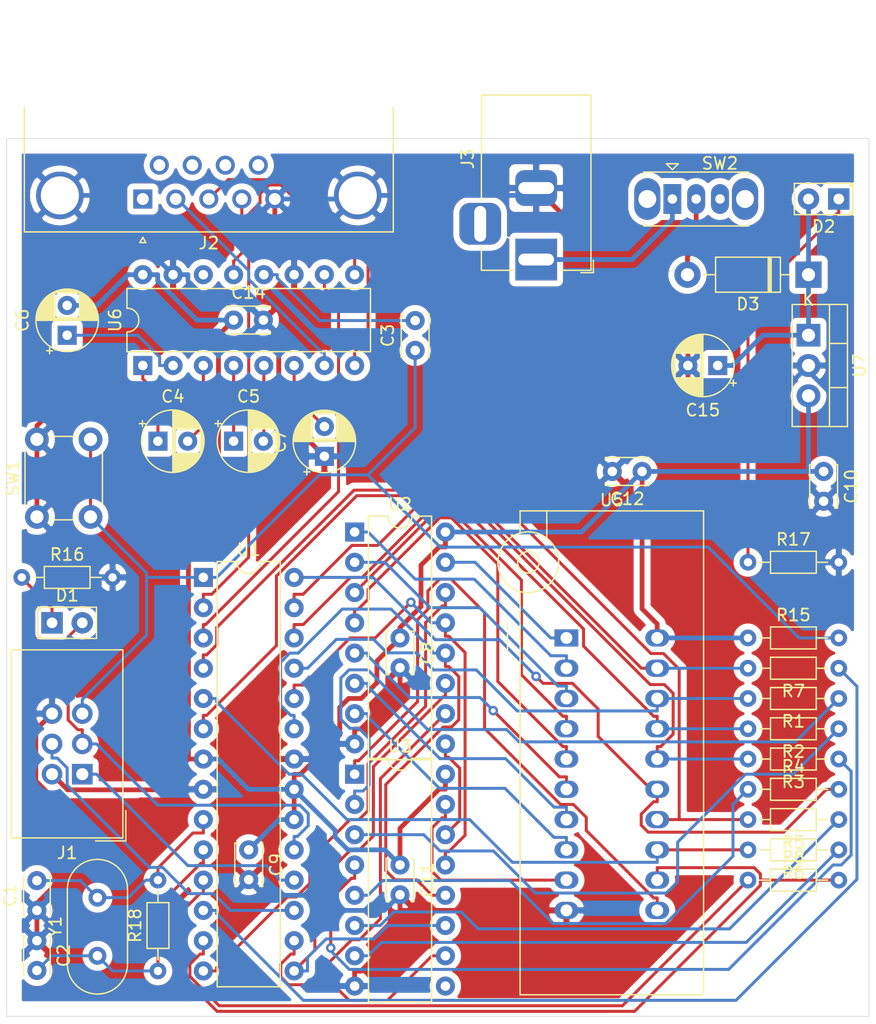
<source format=kicad_pcb>
(kicad_pcb (version 20171130) (host pcbnew "(5.1.5)-3")
  (layers (0 F.Cu signal) (31 B.Cu signal) (34 B.Paste user) (35 F.Paste user) (36 B.SilkS user) (37 F.SilkS user) (38 B.Mask user) (39 F.Mask user) (44 Edge.Cuts user))
  (net 0 "")
  (net 1 /XTAL1)
  (net 2 GND)
  (net 3 /XTAL2)
  (net 4 "Net-(C3-Pad2)")
  (net 5 /~RESET)
  (net 6 "Net-(C4-Pad2)")
  (net 7 "Net-(C4-Pad1)")
  (net 8 "Net-(C5-Pad2)")
  (net 9 "Net-(C5-Pad1)")
  (net 10 VCC)
  (net 11 "Net-(C6-Pad1)")
  (net 12 "Net-(C7-Pad2)")
  (net 13 /RECT_V12)
  (net 14 /SCK)
  (net 15 "Net-(D1-Pad1)")
  (net 16 "Net-(D2-Pad1)")
  (net 17 /SW_12V)
  (net 18 /MOSI)
  (net 19 /MISO)
  (net 20 /RS232-DTR)
  (net 21 /RS232-TX)
  (net 22 /RS232-RX)
  (net 23 +12V)
  (net 24 /PAL_IO1)
  (net 25 "Net-(R1-Pad1)")
  (net 26 /PAL_IO2)
  (net 27 "Net-(R2-Pad1)")
  (net 28 /PAL_IO3)
  (net 29 "Net-(R3-Pad1)")
  (net 30 /PAL_IO4)
  (net 31 "Net-(R4-Pad1)")
  (net 32 /PAL_IO5)
  (net 33 "Net-(R5-Pad1)")
  (net 34 /PAL_IO6)
  (net 35 "Net-(R6-Pad1)")
  (net 36 /PAL_TRIO1)
  (net 37 "Net-(R7-Pad1)")
  (net 38 /PAL_TRIO2)
  (net 39 "Net-(R8-Pad1)")
  (net 40 /SHFT_SER)
  (net 41 /~SHFT_OE)
  (net 42 /SHFT_RCLK)
  (net 43 /TTL-TX)
  (net 44 /~SHFT_RESET)
  (net 45 /TTL-RX)
  (net 46 /SHFT_CLK)
  (net 47 /PAL_I1)
  (net 48 /PAL_I8)
  (net 49 /PAL_I7)
  (net 50 /PAL_I6)
  (net 51 /PAL_I5)
  (net 52 /PAL_I4)
  (net 53 /PAL_I3)
  (net 54 "Net-(U2-Pad9)")
  (net 55 /PAL_I2)
  (net 56 /PAL_I9)
  (net 57 /PAL_I10)
  (module Crystal:Crystal_HC49-U_Vertical (layer F.Cu) (at 34.29 138.43 90)
    (fp_text reference Y1 (at 2.44 -3.525 90) (layer F.SilkS))
    (fp_text value 8Mhz)
    (pad 2 thru_hole circle (at 4.88 0 90) (size 1.5 1.5) (drill 0.8) (layers *.Cu *.Mask) (net 1 /XTAL1))
    (pad 1 thru_hole circle (at 0 0 90) (size 1.5 1.5) (drill 0.8) (layers *.Cu *.Mask) (net 3 /XTAL2))
  )
  (module Package_TO_SOT_THT:TO-220-3_Vertical (layer F.Cu) (at 93.98 86.36 270)
    (fp_text reference U7 (at 2.54 -4.27 90) (layer F.SilkS))
    (fp_text value L7805)
    (pad 3 thru_hole oval (at 5.08 0 270) (size 1.905 2) (drill 1.1) (layers *.Cu *.Mask) (net 10 VCC))
    (pad 2 thru_hole oval (at 2.54 0 270) (size 1.905 2) (drill 1.1) (layers *.Cu *.Mask) (net 2 GND))
    (pad 1 thru_hole rect (at 0 0 270) (size 1.905 2) (drill 1.1) (layers *.Cu *.Mask) (net 13 /RECT_V12))
  )
  (module Package_DIP:DIP-16_W7.62mm (layer F.Cu) (at 38.1 88.9 90)
    (fp_text reference U6 (at 3.81 -2.33 90) (layer F.SilkS))
    (fp_text value MAX232)
    (pad 16 thru_hole oval (at 7.62 0 90) (size 1.6 1.6) (drill 0.8) (layers *.Cu *.Mask) (net 10 VCC))
    (pad 8 thru_hole oval (at 0 17.78 90) (size 1.6 1.6) (drill 0.8) (layers *.Cu *.Mask) (net 21 /RS232-TX))
    (pad 15 thru_hole oval (at 7.62 2.54 90) (size 1.6 1.6) (drill 0.8) (layers *.Cu *.Mask) (net 2 GND))
    (pad 7 thru_hole oval (at 0 15.24 90) (size 1.6 1.6) (drill 0.8) (layers *.Cu *.Mask) (net 22 /RS232-RX))
    (pad 14 thru_hole oval (at 7.62 5.08 90) (size 1.6 1.6) (drill 0.8) (layers *.Cu *.Mask))
    (pad 6 thru_hole oval (at 0 12.7 90) (size 1.6 1.6) (drill 0.8) (layers *.Cu *.Mask) (net 12 "Net-(C7-Pad2)"))
    (pad 13 thru_hole oval (at 7.62 7.62 90) (size 1.6 1.6) (drill 0.8) (layers *.Cu *.Mask) (net 20 /RS232-DTR))
    (pad 5 thru_hole oval (at 0 10.16 90) (size 1.6 1.6) (drill 0.8) (layers *.Cu *.Mask) (net 8 "Net-(C5-Pad2)"))
    (pad 12 thru_hole oval (at 7.62 10.16 90) (size 1.6 1.6) (drill 0.8) (layers *.Cu *.Mask) (net 4 "Net-(C3-Pad2)"))
    (pad 4 thru_hole oval (at 0 7.62 90) (size 1.6 1.6) (drill 0.8) (layers *.Cu *.Mask) (net 9 "Net-(C5-Pad1)"))
    (pad 11 thru_hole oval (at 7.62 12.7 90) (size 1.6 1.6) (drill 0.8) (layers *.Cu *.Mask) (net 2 GND))
    (pad 3 thru_hole oval (at 0 5.08 90) (size 1.6 1.6) (drill 0.8) (layers *.Cu *.Mask) (net 6 "Net-(C4-Pad2)"))
    (pad 10 thru_hole oval (at 7.62 15.24 90) (size 1.6 1.6) (drill 0.8) (layers *.Cu *.Mask) (net 43 /TTL-TX))
    (pad 2 thru_hole oval (at 0 2.54 90) (size 1.6 1.6) (drill 0.8) (layers *.Cu *.Mask) (net 11 "Net-(C6-Pad1)"))
    (pad 9 thru_hole oval (at 7.62 17.78 90) (size 1.6 1.6) (drill 0.8) (layers *.Cu *.Mask) (net 45 /TTL-RX))
    (pad 1 thru_hole rect (at 0 0 90) (size 1.6 1.6) (drill 0.8) (layers *.Cu *.Mask) (net 7 "Net-(C4-Pad1)"))
  )
  (module Socket:DIP_Socket-20_W4.3_W5.08_W7.62_W10.16_W10.9_3M_220-3342-00-0602J (layer F.Cu) (at 73.66 111.76)
    (fp_text reference U5 (at 3.81 -11.56) (layer F.SilkS))
    (fp_text value PAL16L8)
    (pad 11 thru_hole oval (at 7.62 22.86) (size 2 1.44) (drill 1) (layers *.Cu *.Mask) (net 57 /PAL_I10))
    (pad 10 thru_hole oval (at 0 22.86) (size 2 1.44) (drill 1) (layers *.Cu *.Mask) (net 2 GND))
    (pad 12 thru_hole oval (at 7.62 20.32) (size 2 1.44) (drill 1) (layers *.Cu *.Mask) (net 38 /PAL_TRIO2))
    (pad 9 thru_hole oval (at 0 20.32) (size 2 1.44) (drill 1) (layers *.Cu *.Mask) (net 56 /PAL_I9))
    (pad 13 thru_hole oval (at 7.62 17.78) (size 2 1.44) (drill 1) (layers *.Cu *.Mask) (net 34 /PAL_IO6))
    (pad 8 thru_hole oval (at 0 17.78) (size 2 1.44) (drill 1) (layers *.Cu *.Mask) (net 48 /PAL_I8))
    (pad 14 thru_hole oval (at 7.62 15.24) (size 2 1.44) (drill 1) (layers *.Cu *.Mask) (net 32 /PAL_IO5))
    (pad 7 thru_hole oval (at 0 15.24) (size 2 1.44) (drill 1) (layers *.Cu *.Mask) (net 49 /PAL_I7))
    (pad 15 thru_hole oval (at 7.62 12.7) (size 2 1.44) (drill 1) (layers *.Cu *.Mask) (net 30 /PAL_IO4))
    (pad 6 thru_hole oval (at 0 12.7) (size 2 1.44) (drill 1) (layers *.Cu *.Mask) (net 50 /PAL_I6))
    (pad 16 thru_hole oval (at 7.62 10.16) (size 2 1.44) (drill 1) (layers *.Cu *.Mask) (net 28 /PAL_IO3))
    (pad 5 thru_hole oval (at 0 10.16) (size 2 1.44) (drill 1) (layers *.Cu *.Mask) (net 51 /PAL_I5))
    (pad 17 thru_hole oval (at 7.62 7.62) (size 2 1.44) (drill 1) (layers *.Cu *.Mask) (net 26 /PAL_IO2))
    (pad 4 thru_hole oval (at 0 7.62) (size 2 1.44) (drill 1) (layers *.Cu *.Mask) (net 52 /PAL_I4))
    (pad 18 thru_hole oval (at 7.62 5.08) (size 2 1.44) (drill 1) (layers *.Cu *.Mask) (net 24 /PAL_IO1))
    (pad 3 thru_hole oval (at 0 5.08) (size 2 1.44) (drill 1) (layers *.Cu *.Mask) (net 53 /PAL_I3))
    (pad 19 thru_hole oval (at 7.62 2.54) (size 2 1.44) (drill 1) (layers *.Cu *.Mask) (net 36 /PAL_TRIO1))
    (pad 2 thru_hole oval (at 0 2.54) (size 2 1.44) (drill 1) (layers *.Cu *.Mask) (net 55 /PAL_I2))
    (pad 20 thru_hole oval (at 7.62 0) (size 2 1.44) (drill 1) (layers *.Cu *.Mask) (net 10 VCC))
    (pad 1 thru_hole rect (at 0 0) (size 2 1.44) (drill 1) (layers *.Cu *.Mask) (net 47 /PAL_I1))
  )
  (module Package_DIP:DIP-16_W7.62mm (layer F.Cu) (at 55.88 123.19)
    (fp_text reference U3 (at 3.81 -2.33) (layer F.SilkS))
    (fp_text value 74HC595)
    (pad 16 thru_hole oval (at 7.62 0) (size 1.6 1.6) (drill 0.8) (layers *.Cu *.Mask) (net 10 VCC))
    (pad 8 thru_hole oval (at 0 17.78) (size 1.6 1.6) (drill 0.8) (layers *.Cu *.Mask) (net 2 GND))
    (pad 15 thru_hole oval (at 7.62 2.54) (size 1.6 1.6) (drill 0.8) (layers *.Cu *.Mask) (net 56 /PAL_I9))
    (pad 7 thru_hole oval (at 0 15.24) (size 1.6 1.6) (drill 0.8) (layers *.Cu *.Mask) (net 35 "Net-(R6-Pad1)"))
    (pad 14 thru_hole oval (at 7.62 5.08) (size 1.6 1.6) (drill 0.8) (layers *.Cu *.Mask) (net 54 "Net-(U2-Pad9)"))
    (pad 6 thru_hole oval (at 0 12.7) (size 1.6 1.6) (drill 0.8) (layers *.Cu *.Mask) (net 33 "Net-(R5-Pad1)"))
    (pad 13 thru_hole oval (at 7.62 7.62) (size 1.6 1.6) (drill 0.8) (layers *.Cu *.Mask) (net 41 /~SHFT_OE))
    (pad 5 thru_hole oval (at 0 10.16) (size 1.6 1.6) (drill 0.8) (layers *.Cu *.Mask) (net 31 "Net-(R4-Pad1)"))
    (pad 12 thru_hole oval (at 7.62 10.16) (size 1.6 1.6) (drill 0.8) (layers *.Cu *.Mask) (net 42 /SHFT_RCLK))
    (pad 4 thru_hole oval (at 0 7.62) (size 1.6 1.6) (drill 0.8) (layers *.Cu *.Mask) (net 29 "Net-(R3-Pad1)"))
    (pad 11 thru_hole oval (at 7.62 12.7) (size 1.6 1.6) (drill 0.8) (layers *.Cu *.Mask) (net 46 /SHFT_CLK))
    (pad 3 thru_hole oval (at 0 5.08) (size 1.6 1.6) (drill 0.8) (layers *.Cu *.Mask) (net 27 "Net-(R2-Pad1)"))
    (pad 10 thru_hole oval (at 7.62 15.24) (size 1.6 1.6) (drill 0.8) (layers *.Cu *.Mask) (net 44 /~SHFT_RESET))
    (pad 2 thru_hole oval (at 0 2.54) (size 1.6 1.6) (drill 0.8) (layers *.Cu *.Mask) (net 25 "Net-(R1-Pad1)"))
    (pad 9 thru_hole oval (at 7.62 17.78) (size 1.6 1.6) (drill 0.8) (layers *.Cu *.Mask))
    (pad 1 thru_hole rect (at 0 0) (size 1.6 1.6) (drill 0.8) (layers *.Cu *.Mask) (net 57 /PAL_I10))
  )
  (module Package_DIP:DIP-16_W7.62mm (layer F.Cu) (at 55.88 102.87)
    (fp_text reference U2 (at 3.81 -2.33) (layer F.SilkS))
    (fp_text value 74HC595)
    (pad 16 thru_hole oval (at 7.62 0) (size 1.6 1.6) (drill 0.8) (layers *.Cu *.Mask) (net 10 VCC))
    (pad 8 thru_hole oval (at 0 17.78) (size 1.6 1.6) (drill 0.8) (layers *.Cu *.Mask) (net 2 GND))
    (pad 15 thru_hole oval (at 7.62 2.54) (size 1.6 1.6) (drill 0.8) (layers *.Cu *.Mask) (net 47 /PAL_I1))
    (pad 7 thru_hole oval (at 0 15.24) (size 1.6 1.6) (drill 0.8) (layers *.Cu *.Mask) (net 48 /PAL_I8))
    (pad 14 thru_hole oval (at 7.62 5.08) (size 1.6 1.6) (drill 0.8) (layers *.Cu *.Mask) (net 40 /SHFT_SER))
    (pad 6 thru_hole oval (at 0 12.7) (size 1.6 1.6) (drill 0.8) (layers *.Cu *.Mask) (net 49 /PAL_I7))
    (pad 13 thru_hole oval (at 7.62 7.62) (size 1.6 1.6) (drill 0.8) (layers *.Cu *.Mask) (net 41 /~SHFT_OE))
    (pad 5 thru_hole oval (at 0 10.16) (size 1.6 1.6) (drill 0.8) (layers *.Cu *.Mask) (net 50 /PAL_I6))
    (pad 12 thru_hole oval (at 7.62 10.16) (size 1.6 1.6) (drill 0.8) (layers *.Cu *.Mask) (net 42 /SHFT_RCLK))
    (pad 4 thru_hole oval (at 0 7.62) (size 1.6 1.6) (drill 0.8) (layers *.Cu *.Mask) (net 51 /PAL_I5))
    (pad 11 thru_hole oval (at 7.62 12.7) (size 1.6 1.6) (drill 0.8) (layers *.Cu *.Mask) (net 46 /SHFT_CLK))
    (pad 3 thru_hole oval (at 0 5.08) (size 1.6 1.6) (drill 0.8) (layers *.Cu *.Mask) (net 52 /PAL_I4))
    (pad 10 thru_hole oval (at 7.62 15.24) (size 1.6 1.6) (drill 0.8) (layers *.Cu *.Mask) (net 44 /~SHFT_RESET))
    (pad 2 thru_hole oval (at 0 2.54) (size 1.6 1.6) (drill 0.8) (layers *.Cu *.Mask) (net 53 /PAL_I3))
    (pad 9 thru_hole oval (at 7.62 17.78) (size 1.6 1.6) (drill 0.8) (layers *.Cu *.Mask) (net 54 "Net-(U2-Pad9)"))
    (pad 1 thru_hole rect (at 0 0) (size 1.6 1.6) (drill 0.8) (layers *.Cu *.Mask) (net 55 /PAL_I2))
  )
  (module Package_DIP:DIP-28_W7.62mm (layer F.Cu) (at 43.18 106.68)
    (fp_text reference U1 (at 3.81 -2.33) (layer F.SilkS))
    (fp_text value ATmega8A-PU)
    (pad 28 thru_hole oval (at 7.62 0) (size 1.6 1.6) (drill 0.8) (layers *.Cu *.Mask) (net 30 /PAL_IO4))
    (pad 14 thru_hole oval (at 0 33.02) (size 1.6 1.6) (drill 0.8) (layers *.Cu *.Mask) (net 40 /SHFT_SER))
    (pad 27 thru_hole oval (at 7.62 2.54) (size 1.6 1.6) (drill 0.8) (layers *.Cu *.Mask) (net 28 /PAL_IO3))
    (pad 13 thru_hole oval (at 0 30.48) (size 1.6 1.6) (drill 0.8) (layers *.Cu *.Mask) (net 39 "Net-(R8-Pad1)"))
    (pad 26 thru_hole oval (at 7.62 5.08) (size 1.6 1.6) (drill 0.8) (layers *.Cu *.Mask) (net 26 /PAL_IO2))
    (pad 12 thru_hole oval (at 0 27.94) (size 1.6 1.6) (drill 0.8) (layers *.Cu *.Mask) (net 37 "Net-(R7-Pad1)"))
    (pad 25 thru_hole oval (at 7.62 7.62) (size 1.6 1.6) (drill 0.8) (layers *.Cu *.Mask) (net 24 /PAL_IO1))
    (pad 11 thru_hole oval (at 0 25.4) (size 1.6 1.6) (drill 0.8) (layers *.Cu *.Mask) (net 38 /PAL_TRIO2))
    (pad 24 thru_hole oval (at 7.62 10.16) (size 1.6 1.6) (drill 0.8) (layers *.Cu *.Mask) (net 41 /~SHFT_OE))
    (pad 10 thru_hole oval (at 0 22.86) (size 1.6 1.6) (drill 0.8) (layers *.Cu *.Mask) (net 3 /XTAL2))
    (pad 23 thru_hole oval (at 7.62 12.7) (size 1.6 1.6) (drill 0.8) (layers *.Cu *.Mask) (net 42 /SHFT_RCLK))
    (pad 9 thru_hole oval (at 0 20.32) (size 1.6 1.6) (drill 0.8) (layers *.Cu *.Mask) (net 1 /XTAL1))
    (pad 22 thru_hole oval (at 7.62 15.24) (size 1.6 1.6) (drill 0.8) (layers *.Cu *.Mask) (net 2 GND))
    (pad 8 thru_hole oval (at 0 17.78) (size 1.6 1.6) (drill 0.8) (layers *.Cu *.Mask) (net 2 GND))
    (pad 21 thru_hole oval (at 7.62 17.78) (size 1.6 1.6) (drill 0.8) (layers *.Cu *.Mask) (net 10 VCC))
    (pad 7 thru_hole oval (at 0 15.24) (size 1.6 1.6) (drill 0.8) (layers *.Cu *.Mask) (net 10 VCC))
    (pad 20 thru_hole oval (at 7.62 20.32) (size 1.6 1.6) (drill 0.8) (layers *.Cu *.Mask) (net 10 VCC))
    (pad 6 thru_hole oval (at 0 12.7) (size 1.6 1.6) (drill 0.8) (layers *.Cu *.Mask) (net 36 /PAL_TRIO1))
    (pad 19 thru_hole oval (at 7.62 22.86) (size 1.6 1.6) (drill 0.8) (layers *.Cu *.Mask) (net 14 /SCK))
    (pad 5 thru_hole oval (at 0 10.16) (size 1.6 1.6) (drill 0.8) (layers *.Cu *.Mask) (net 34 /PAL_IO6))
    (pad 18 thru_hole oval (at 7.62 25.4) (size 1.6 1.6) (drill 0.8) (layers *.Cu *.Mask) (net 19 /MISO))
    (pad 4 thru_hole oval (at 0 7.62) (size 1.6 1.6) (drill 0.8) (layers *.Cu *.Mask) (net 32 /PAL_IO5))
    (pad 17 thru_hole oval (at 7.62 27.94) (size 1.6 1.6) (drill 0.8) (layers *.Cu *.Mask) (net 18 /MOSI))
    (pad 3 thru_hole oval (at 0 5.08) (size 1.6 1.6) (drill 0.8) (layers *.Cu *.Mask) (net 43 /TTL-TX))
    (pad 16 thru_hole oval (at 7.62 30.48) (size 1.6 1.6) (drill 0.8) (layers *.Cu *.Mask) (net 44 /~SHFT_RESET))
    (pad 2 thru_hole oval (at 0 2.54) (size 1.6 1.6) (drill 0.8) (layers *.Cu *.Mask) (net 45 /TTL-RX))
    (pad 15 thru_hole oval (at 7.62 33.02) (size 1.6 1.6) (drill 0.8) (layers *.Cu *.Mask) (net 46 /SHFT_CLK))
    (pad 1 thru_hole rect (at 0 0) (size 1.6 1.6) (drill 0.8) (layers *.Cu *.Mask) (net 5 /~RESET))
  )
  (module Button_Switch_THT:SW_Slide_1P2T_CK_OS102011MS2Q (layer F.Cu) (at 82.55 74.93)
    (fp_text reference SW2 (at 3.99 -2.99) (layer F.SilkS))
    (fp_text value Power)
    (pad "" thru_hole oval (at 6.1 0) (size 2.2 3.5) (drill 1.5) (layers *.Cu *.Mask))
    (pad "" thru_hole oval (at -2.1 0) (size 2.2 3.5) (drill 1.5) (layers *.Cu *.Mask))
    (pad 3 thru_hole oval (at 4 0) (size 1.5 2.5) (drill 0.8) (layers *.Cu *.Mask))
    (pad 2 thru_hole oval (at 2 0) (size 1.5 2.5) (drill 0.8) (layers *.Cu *.Mask) (net 17 /SW_12V))
    (pad 1 thru_hole rect (at 0 0) (size 1.5 2.5) (drill 0.8) (layers *.Cu *.Mask) (net 23 +12V))
  )
  (module Button_Switch_THT:SW_PUSH_6mm (layer F.Cu) (at 29.21 101.6 90)
    (fp_text reference SW1 (at 3.25 -2 90) (layer F.SilkS))
    (fp_text value SW_Push)
    (pad 1 thru_hole circle (at 6.5 0 180) (size 2 2) (drill 1.1) (layers *.Cu *.Mask) (net 2 GND))
    (pad 2 thru_hole circle (at 6.5 4.5 180) (size 2 2) (drill 1.1) (layers *.Cu *.Mask) (net 5 /~RESET))
    (pad 1 thru_hole circle (at 0 0 180) (size 2 2) (drill 1.1) (layers *.Cu *.Mask) (net 2 GND))
    (pad 2 thru_hole circle (at 0 4.5 180) (size 2 2) (drill 1.1) (layers *.Cu *.Mask) (net 5 /~RESET))
  )
  (module Resistor_THT:R_Axial_DIN0204_L3.6mm_D1.6mm_P7.62mm_Horizontal (layer F.Cu) (at 39.37 139.7 90)
    (fp_text reference R18 (at 3.81 -1.92 90) (layer F.SilkS))
    (fp_text value 1M)
    (pad 2 thru_hole oval (at 7.62 0 90) (size 1.4 1.4) (drill 0.7) (layers *.Cu *.Mask) (net 1 /XTAL1))
    (pad 1 thru_hole circle (at 0 0 90) (size 1.4 1.4) (drill 0.7) (layers *.Cu *.Mask) (net 3 /XTAL2))
  )
  (module Resistor_THT:R_Axial_DIN0204_L3.6mm_D1.6mm_P7.62mm_Horizontal (layer F.Cu) (at 88.9 105.41)
    (fp_text reference R17 (at 3.81 -1.92) (layer F.SilkS))
    (fp_text value 1.2K)
    (pad 2 thru_hole oval (at 7.62 0) (size 1.4 1.4) (drill 0.7) (layers *.Cu *.Mask) (net 2 GND))
    (pad 1 thru_hole circle (at 0 0) (size 1.4 1.4) (drill 0.7) (layers *.Cu *.Mask) (net 16 "Net-(D2-Pad1)"))
  )
  (module Resistor_THT:R_Axial_DIN0204_L3.6mm_D1.6mm_P7.62mm_Horizontal (layer F.Cu) (at 27.94 106.68)
    (fp_text reference R16 (at 3.81 -1.92) (layer F.SilkS))
    (fp_text value 470)
    (pad 2 thru_hole oval (at 7.62 0) (size 1.4 1.4) (drill 0.7) (layers *.Cu *.Mask) (net 2 GND))
    (pad 1 thru_hole circle (at 0 0) (size 1.4 1.4) (drill 0.7) (layers *.Cu *.Mask) (net 15 "Net-(D1-Pad1)"))
  )
  (module Resistor_THT:R_Axial_DIN0204_L3.6mm_D1.6mm_P7.62mm_Horizontal (layer F.Cu) (at 88.9 111.76)
    (fp_text reference R15 (at 3.81 -1.92) (layer F.SilkS))
    (fp_text value 10K)
    (pad 2 thru_hole oval (at 7.62 0) (size 1.4 1.4) (drill 0.7) (layers *.Cu *.Mask) (net 5 /~RESET))
    (pad 1 thru_hole circle (at 0 0) (size 1.4 1.4) (drill 0.7) (layers *.Cu *.Mask) (net 10 VCC))
  )
  (module Resistor_THT:R_Axial_DIN0204_L3.6mm_D1.6mm_P7.62mm_Horizontal (layer F.Cu) (at 88.9 132.08)
    (fp_text reference R8 (at 3.81 -1.92) (layer F.SilkS))
    (fp_text value 10K)
    (pad 2 thru_hole oval (at 7.62 0) (size 1.4 1.4) (drill 0.7) (layers *.Cu *.Mask) (net 38 /PAL_TRIO2))
    (pad 1 thru_hole circle (at 0 0) (size 1.4 1.4) (drill 0.7) (layers *.Cu *.Mask) (net 39 "Net-(R8-Pad1)"))
  )
  (module Resistor_THT:R_Axial_DIN0204_L3.6mm_D1.6mm_P7.62mm_Horizontal (layer F.Cu) (at 96.52 114.3 180)
    (fp_text reference R7 (at 3.81 -1.92) (layer F.SilkS))
    (fp_text value 10K)
    (pad 2 thru_hole oval (at 7.62 0 180) (size 1.4 1.4) (drill 0.7) (layers *.Cu *.Mask) (net 36 /PAL_TRIO1))
    (pad 1 thru_hole circle (at 0 0 180) (size 1.4 1.4) (drill 0.7) (layers *.Cu *.Mask) (net 37 "Net-(R7-Pad1)"))
  )
  (module Resistor_THT:R_Axial_DIN0204_L3.6mm_D1.6mm_P7.62mm_Horizontal (layer F.Cu) (at 96.52 129.54 180)
    (fp_text reference R6 (at 3.81 -1.92) (layer F.SilkS))
    (fp_text value 10K)
    (pad 2 thru_hole oval (at 7.62 0 180) (size 1.4 1.4) (drill 0.7) (layers *.Cu *.Mask) (net 34 /PAL_IO6))
    (pad 1 thru_hole circle (at 0 0 180) (size 1.4 1.4) (drill 0.7) (layers *.Cu *.Mask) (net 35 "Net-(R6-Pad1)"))
  )
  (module Resistor_THT:R_Axial_DIN0204_L3.6mm_D1.6mm_P7.62mm_Horizontal (layer F.Cu) (at 96.52 127 180)
    (fp_text reference R5 (at 3.81 -1.92) (layer F.SilkS))
    (fp_text value 10K)
    (pad 2 thru_hole oval (at 7.62 0 180) (size 1.4 1.4) (drill 0.7) (layers *.Cu *.Mask) (net 32 /PAL_IO5))
    (pad 1 thru_hole circle (at 0 0 180) (size 1.4 1.4) (drill 0.7) (layers *.Cu *.Mask) (net 33 "Net-(R5-Pad1)"))
  )
  (module Resistor_THT:R_Axial_DIN0204_L3.6mm_D1.6mm_P7.62mm_Horizontal (layer F.Cu) (at 88.9 124.46)
    (fp_text reference R4 (at 3.81 -1.92) (layer F.SilkS))
    (fp_text value 10K)
    (pad 2 thru_hole oval (at 7.62 0) (size 1.4 1.4) (drill 0.7) (layers *.Cu *.Mask) (net 30 /PAL_IO4))
    (pad 1 thru_hole circle (at 0 0) (size 1.4 1.4) (drill 0.7) (layers *.Cu *.Mask) (net 31 "Net-(R4-Pad1)"))
  )
  (module Resistor_THT:R_Axial_DIN0204_L3.6mm_D1.6mm_P7.62mm_Horizontal (layer F.Cu) (at 96.52 121.92 180)
    (fp_text reference R3 (at 3.81 -1.92) (layer F.SilkS))
    (fp_text value 10K)
    (pad 2 thru_hole oval (at 7.62 0 180) (size 1.4 1.4) (drill 0.7) (layers *.Cu *.Mask) (net 28 /PAL_IO3))
    (pad 1 thru_hole circle (at 0 0 180) (size 1.4 1.4) (drill 0.7) (layers *.Cu *.Mask) (net 29 "Net-(R3-Pad1)"))
  )
  (module Resistor_THT:R_Axial_DIN0204_L3.6mm_D1.6mm_P7.62mm_Horizontal (layer F.Cu) (at 96.52 119.38 180)
    (fp_text reference R2 (at 3.81 -1.92) (layer F.SilkS))
    (fp_text value 10K)
    (pad 2 thru_hole oval (at 7.62 0 180) (size 1.4 1.4) (drill 0.7) (layers *.Cu *.Mask) (net 26 /PAL_IO2))
    (pad 1 thru_hole circle (at 0 0 180) (size 1.4 1.4) (drill 0.7) (layers *.Cu *.Mask) (net 27 "Net-(R2-Pad1)"))
  )
  (module Resistor_THT:R_Axial_DIN0204_L3.6mm_D1.6mm_P7.62mm_Horizontal (layer F.Cu) (at 96.52 116.84 180)
    (fp_text reference R1 (at 3.81 -1.92) (layer F.SilkS))
    (fp_text value 10K)
    (pad 2 thru_hole oval (at 7.62 0 180) (size 1.4 1.4) (drill 0.7) (layers *.Cu *.Mask) (net 24 /PAL_IO1))
    (pad 1 thru_hole circle (at 0 0 180) (size 1.4 1.4) (drill 0.7) (layers *.Cu *.Mask) (net 25 "Net-(R1-Pad1)"))
  )
  (module Connector_BarrelJack:BarrelJack_Horizontal (layer F.Cu) (at 71.12 80.01 270)
    (fp_text reference J3 (at -8.45 5.75 90) (layer F.SilkS))
    (fp_text value "Power IN")
    (pad 3 thru_hole roundrect (at -3 4.7 270) (size 3.5 3.5) (drill oval 3 1) (layers *.Cu *.Mask))
    (pad 2 thru_hole roundrect (at -6 0 270) (size 3 3.5) (drill oval 1 3) (layers *.Cu *.Mask) (net 2 GND))
    (pad 1 thru_hole rect (at 0 0 270) (size 3.5 3.5) (drill oval 1 3) (layers *.Cu *.Mask) (net 23 +12V))
  )
  (module Connector_Dsub:DSUB-9_Female_Horizontal_P2.77x2.84mm_EdgePinOffset4.94mm_Housed_MountingHolesOffset7.48mm (layer F.Cu) (at 38.1 74.93 180)
    (fp_text reference J2 (at -5.54 -3.7) (layer F.SilkS))
    (fp_text value RS232)
    (pad 0 thru_hole circle (at 6.96 0.3 180) (size 4 4) (drill 3.2) (layers *.Cu *.Mask) (net 2 GND))
    (pad 0 thru_hole circle (at -18.04 0.3 180) (size 4 4) (drill 3.2) (layers *.Cu *.Mask) (net 2 GND))
    (pad 9 thru_hole circle (at -9.695 2.84 180) (size 1.6 1.6) (drill 1) (layers *.Cu *.Mask))
    (pad 8 thru_hole circle (at -6.925 2.84 180) (size 1.6 1.6) (drill 1) (layers *.Cu *.Mask))
    (pad 7 thru_hole circle (at -4.155 2.84 180) (size 1.6 1.6) (drill 1) (layers *.Cu *.Mask))
    (pad 6 thru_hole circle (at -1.385 2.84 180) (size 1.6 1.6) (drill 1) (layers *.Cu *.Mask))
    (pad 5 thru_hole circle (at -11.08 0 180) (size 1.6 1.6) (drill 1) (layers *.Cu *.Mask) (net 2 GND))
    (pad 4 thru_hole circle (at -8.31 0 180) (size 1.6 1.6) (drill 1) (layers *.Cu *.Mask) (net 20 /RS232-DTR))
    (pad 3 thru_hole circle (at -5.54 0 180) (size 1.6 1.6) (drill 1) (layers *.Cu *.Mask) (net 21 /RS232-TX))
    (pad 2 thru_hole circle (at -2.77 0 180) (size 1.6 1.6) (drill 1) (layers *.Cu *.Mask) (net 22 /RS232-RX))
    (pad 1 thru_hole rect (at 0 0 180) (size 1.6 1.6) (drill 1) (layers *.Cu *.Mask))
  )
  (module Connector_IDC:IDC-Header_2x03_P2.54mm_Vertical (layer F.Cu) (at 33.02 123.19 180)
    (fp_text reference J1 (at 1.27 -6.604) (layer F.SilkS))
    (fp_text value AVR-ISP-6)
    (pad 6 thru_hole oval (at 2.54 5.08 180) (size 1.7272 1.7272) (drill 1.016) (layers *.Cu *.Mask) (net 2 GND))
    (pad 5 thru_hole oval (at 0 5.08 180) (size 1.7272 1.7272) (drill 1.016) (layers *.Cu *.Mask) (net 5 /~RESET))
    (pad 4 thru_hole oval (at 2.54 2.54 180) (size 1.7272 1.7272) (drill 1.016) (layers *.Cu *.Mask) (net 18 /MOSI))
    (pad 3 thru_hole oval (at 0 2.54 180) (size 1.7272 1.7272) (drill 1.016) (layers *.Cu *.Mask) (net 14 /SCK))
    (pad 2 thru_hole oval (at 2.54 0 180) (size 1.7272 1.7272) (drill 1.016) (layers *.Cu *.Mask) (net 10 VCC))
    (pad 1 thru_hole rect (at 0 0 180) (size 1.7272 1.7272) (drill 1.016) (layers *.Cu *.Mask) (net 19 /MISO))
  )
  (module Diode_THT:D_DO-41_SOD81_P10.16mm_Horizontal (layer F.Cu) (at 93.98 81.28 180)
    (fp_text reference D3 (at 5.08 -2.47) (layer F.SilkS))
    (fp_text value 1N4001)
    (fp_text user K (at 0 -2.1) (layer F.SilkS))
    (pad 2 thru_hole oval (at 10.16 0 180) (size 2.2 2.2) (drill 1.1) (layers *.Cu *.Mask) (net 17 /SW_12V))
    (pad 1 thru_hole rect (at 0 0 180) (size 2.2 2.2) (drill 1.1) (layers *.Cu *.Mask) (net 13 /RECT_V12))
  )
  (module LED_THT:LED_D2.0mm_W4.8mm_H2.5mm_FlatTop (layer F.Cu) (at 96.52 74.93 180)
    (fp_text reference D2 (at 1.27 -2.31) (layer F.SilkS))
    (fp_text value POWER_LED)
    (pad 2 thru_hole circle (at 2.54 0 180) (size 1.8 1.8) (drill 0.9) (layers *.Cu *.Mask) (net 13 /RECT_V12))
    (pad 1 thru_hole rect (at 0 0 180) (size 1.8 1.8) (drill 0.9) (layers *.Cu *.Mask) (net 16 "Net-(D2-Pad1)"))
  )
  (module LED_THT:LED_D2.0mm_W4.8mm_H2.5mm_FlatTop (layer F.Cu) (at 30.48 110.49)
    (fp_text reference D1 (at 1.27 -2.31) (layer F.SilkS))
    (fp_text value DATA_LED)
    (pad 2 thru_hole circle (at 2.54 0) (size 1.8 1.8) (drill 0.9) (layers *.Cu *.Mask) (net 14 /SCK))
    (pad 1 thru_hole rect (at 0 0) (size 1.8 1.8) (drill 0.9) (layers *.Cu *.Mask) (net 15 "Net-(D1-Pad1)"))
  )
  (module Capacitor_THT:CP_Radial_D5.0mm_P2.50mm (layer F.Cu) (at 86.36 88.9 180)
    (fp_text reference C15 (at 1.25 -3.75) (layer F.SilkS))
    (fp_text value 0.22uF)
    (pad 2 thru_hole circle (at 2.5 0 180) (size 1.6 1.6) (drill 0.8) (layers *.Cu *.Mask) (net 2 GND))
    (pad 1 thru_hole rect (at 0 0 180) (size 1.6 1.6) (drill 0.8) (layers *.Cu *.Mask) (net 13 /RECT_V12))
  )
  (module Capacitor_THT:C_Disc_D3.4mm_W2.1mm_P2.50mm (layer F.Cu) (at 45.72 85.09)
    (fp_text reference C14 (at 1.25 -2.3) (layer F.SilkS))
    (fp_text value 100nF)
    (pad 2 thru_hole circle (at 2.5 0) (size 1.6 1.6) (drill 0.8) (layers *.Cu *.Mask) (net 2 GND))
    (pad 1 thru_hole circle (at 0 0) (size 1.6 1.6) (drill 0.8) (layers *.Cu *.Mask) (net 10 VCC))
  )
  (module Capacitor_THT:C_Disc_D3.4mm_W2.1mm_P2.50mm (layer F.Cu) (at 80.01 97.79 180)
    (fp_text reference C12 (at 1.25 -2.3) (layer F.SilkS))
    (fp_text value 100nF)
    (pad 2 thru_hole circle (at 2.5 0 180) (size 1.6 1.6) (drill 0.8) (layers *.Cu *.Mask) (net 2 GND))
    (pad 1 thru_hole circle (at 0 0 180) (size 1.6 1.6) (drill 0.8) (layers *.Cu *.Mask) (net 10 VCC))
  )
  (module Capacitor_THT:C_Disc_D3.4mm_W2.1mm_P2.50mm (layer F.Cu) (at 59.69 130.81 270)
    (fp_text reference C11 (at 1.25 -2.3 90) (layer F.SilkS))
    (fp_text value 100nF)
    (pad 2 thru_hole circle (at 2.5 0 270) (size 1.6 1.6) (drill 0.8) (layers *.Cu *.Mask) (net 2 GND))
    (pad 1 thru_hole circle (at 0 0 270) (size 1.6 1.6) (drill 0.8) (layers *.Cu *.Mask) (net 10 VCC))
  )
  (module Capacitor_THT:C_Disc_D3.4mm_W2.1mm_P2.50mm (layer F.Cu) (at 95.25 97.79 270)
    (fp_text reference C10 (at 1.25 -2.3 90) (layer F.SilkS))
    (fp_text value 100nF)
    (pad 2 thru_hole circle (at 2.5 0 270) (size 1.6 1.6) (drill 0.8) (layers *.Cu *.Mask) (net 2 GND))
    (pad 1 thru_hole circle (at 0 0 270) (size 1.6 1.6) (drill 0.8) (layers *.Cu *.Mask) (net 10 VCC))
  )
  (module Capacitor_THT:C_Disc_D3.4mm_W2.1mm_P2.50mm (layer F.Cu) (at 46.99 129.54 270)
    (fp_text reference C9 (at 1.25 -2.3 90) (layer F.SilkS))
    (fp_text value 100nF)
    (pad 2 thru_hole circle (at 2.5 0 270) (size 1.6 1.6) (drill 0.8) (layers *.Cu *.Mask) (net 2 GND))
    (pad 1 thru_hole circle (at 0 0 270) (size 1.6 1.6) (drill 0.8) (layers *.Cu *.Mask) (net 10 VCC))
  )
  (module Capacitor_THT:C_Disc_D3.4mm_W2.1mm_P2.50mm (layer F.Cu) (at 59.69 111.76 270)
    (fp_text reference C8 (at 1.25 -2.3 90) (layer F.SilkS))
    (fp_text value 100nF)
    (pad 2 thru_hole circle (at 2.5 0 270) (size 1.6 1.6) (drill 0.8) (layers *.Cu *.Mask) (net 2 GND))
    (pad 1 thru_hole circle (at 0 0 270) (size 1.6 1.6) (drill 0.8) (layers *.Cu *.Mask) (net 10 VCC))
  )
  (module Capacitor_THT:CP_Radial_D5.0mm_P2.50mm (layer F.Cu) (at 53.34 96.52 90)
    (fp_text reference C7 (at 1.25 -3.75 90) (layer F.SilkS))
    (fp_text value 1.0uF)
    (pad 2 thru_hole circle (at 2.5 0 90) (size 1.6 1.6) (drill 0.8) (layers *.Cu *.Mask) (net 12 "Net-(C7-Pad2)"))
    (pad 1 thru_hole rect (at 0 0 90) (size 1.6 1.6) (drill 0.8) (layers *.Cu *.Mask) (net 2 GND))
  )
  (module Capacitor_THT:CP_Radial_D5.0mm_P2.50mm (layer F.Cu) (at 31.75 86.36 90)
    (fp_text reference C6 (at 1.25 -3.75 90) (layer F.SilkS))
    (fp_text value 1.0uF)
    (pad 2 thru_hole circle (at 2.5 0 90) (size 1.6 1.6) (drill 0.8) (layers *.Cu *.Mask) (net 10 VCC))
    (pad 1 thru_hole rect (at 0 0 90) (size 1.6 1.6) (drill 0.8) (layers *.Cu *.Mask) (net 11 "Net-(C6-Pad1)"))
  )
  (module Capacitor_THT:CP_Radial_D5.0mm_P2.50mm (layer F.Cu) (at 45.72 95.25)
    (fp_text reference C5 (at 1.25 -3.75) (layer F.SilkS))
    (fp_text value 1.0uF)
    (pad 2 thru_hole circle (at 2.5 0) (size 1.6 1.6) (drill 0.8) (layers *.Cu *.Mask) (net 8 "Net-(C5-Pad2)"))
    (pad 1 thru_hole rect (at 0 0) (size 1.6 1.6) (drill 0.8) (layers *.Cu *.Mask) (net 9 "Net-(C5-Pad1)"))
  )
  (module Capacitor_THT:CP_Radial_D5.0mm_P2.50mm (layer F.Cu) (at 39.37 95.25)
    (fp_text reference C4 (at 1.25 -3.75) (layer F.SilkS))
    (fp_text value 1.0uF)
    (pad 2 thru_hole circle (at 2.5 0) (size 1.6 1.6) (drill 0.8) (layers *.Cu *.Mask) (net 6 "Net-(C4-Pad2)"))
    (pad 1 thru_hole rect (at 0 0) (size 1.6 1.6) (drill 0.8) (layers *.Cu *.Mask) (net 7 "Net-(C4-Pad1)"))
  )
  (module Capacitor_THT:C_Disc_D3.4mm_W2.1mm_P2.50mm (layer F.Cu) (at 60.96 87.63 90)
    (fp_text reference C3 (at 1.25 -2.3 90) (layer F.SilkS))
    (fp_text value 100nF)
    (pad 2 thru_hole circle (at 2.5 0 90) (size 1.6 1.6) (drill 0.8) (layers *.Cu *.Mask) (net 4 "Net-(C3-Pad2)"))
    (pad 1 thru_hole circle (at 0 0 90) (size 1.6 1.6) (drill 0.8) (layers *.Cu *.Mask) (net 5 /~RESET))
  )
  (module Capacitor_THT:C_Disc_D3.0mm_W2.0mm_P2.50mm (layer F.Cu) (at 29.21 137.16 270)
    (fp_text reference C2 (at 1.25 -2.25 90) (layer F.SilkS))
    (fp_text value 22pF)
    (pad 2 thru_hole circle (at 2.5 0 270) (size 1.6 1.6) (drill 0.8) (layers *.Cu *.Mask) (net 3 /XTAL2))
    (pad 1 thru_hole circle (at 0 0 270) (size 1.6 1.6) (drill 0.8) (layers *.Cu *.Mask) (net 2 GND))
  )
  (module Capacitor_THT:C_Disc_D3.0mm_W2.0mm_P2.50mm (layer F.Cu) (at 29.21 134.62 90)
    (fp_text reference C1 (at 1.25 -2.25 90) (layer F.SilkS))
    (fp_text value 22pF)
    (pad 2 thru_hole circle (at 2.5 0 90) (size 1.6 1.6) (drill 0.8) (layers *.Cu *.Mask) (net 1 /XTAL1))
    (pad 1 thru_hole circle (at 0 0 90) (size 1.6 1.6) (drill 0.8) (layers *.Cu *.Mask) (net 2 GND))
  )
  (gr_line (start 99.06 69.85) (end 26.67 69.85) (layer Edge.Cuts) (width 0.05))
  (gr_line (start 99.06 143.51) (end 99.06 69.85) (layer Edge.Cuts) (width 0.05))
  (gr_line (start 26.67 143.51) (end 99.06 143.51) (layer Edge.Cuts) (width 0.05))
  (gr_line (start 26.67 69.85) (end 26.67 143.51) (layer Edge.Cuts) (width 0.05))
  (segment (start 39.37 132.08) (end 39.37 131.0547) (width 0.25) (layer F.Cu) (net 1))
  (segment (start 43.18 127) (end 43.18 128.1253) (width 0.25) (layer F.Cu) (net 1))
  (segment (start 43.18 128.1253) (end 42.2994 128.1253) (width 0.25) (layer F.Cu) (net 1))
  (segment (start 42.2994 128.1253) (end 39.37 131.0547) (width 0.25) (layer F.Cu) (net 1))
  (segment (start 39.37 132.08) (end 38.3447 132.08) (width 0.25) (layer B.Cu) (net 1))
  (segment (start 38.3447 132.08) (end 36.8747 133.55) (width 0.25) (layer B.Cu) (net 1))
  (segment (start 36.8747 133.55) (end 34.29 133.55) (width 0.25) (layer B.Cu) (net 1))
  (segment (start 29.21 132.12) (end 32.86 132.12) (width 0.25) (layer B.Cu) (net 1))
  (segment (start 32.86 132.12) (end 34.29 133.55) (width 0.25) (layer B.Cu) (net 1))
  (segment (start 56.14 74.63) (end 70.5 74.63) (width 0.4) (layer B.Cu) (net 2))
  (segment (start 70.5 74.63) (end 71.12 74.01) (width 0.4) (layer B.Cu) (net 2))
  (segment (start 49.18 74.93) (end 55.84 74.93) (width 0.4) (layer B.Cu) (net 2))
  (segment (start 55.84 74.93) (end 56.14 74.63) (width 0.4) (layer B.Cu) (net 2))
  (segment (start 46.99 132.04) (end 48.3 133.35) (width 0.4) (layer B.Cu) (net 2))
  (segment (start 48.3 133.35) (end 52.3606 133.35) (width 0.4) (layer B.Cu) (net 2))
  (segment (start 52.3606 133.35) (end 53.6306 134.62) (width 0.4) (layer B.Cu) (net 2))
  (segment (start 53.6306 134.62) (end 58.38 134.62) (width 0.4) (layer B.Cu) (net 2))
  (segment (start 58.38 134.62) (end 59.69 133.31) (width 0.4) (layer B.Cu) (net 2))
  (segment (start 95.25 100.29) (end 96.52 101.56) (width 0.4) (layer B.Cu) (net 2))
  (segment (start 96.52 101.56) (end 96.52 105.41) (width 0.4) (layer B.Cu) (net 2))
  (segment (start 93.7379 89.1421) (end 96.5129 91.9171) (width 0.4) (layer B.Cu) (net 2))
  (segment (start 96.5129 91.9171) (end 96.5129 99.0271) (width 0.4) (layer B.Cu) (net 2))
  (segment (start 96.5129 99.0271) (end 95.25 100.29) (width 0.4) (layer B.Cu) (net 2))
  (segment (start 59.69 134.62) (end 59.69 136.4278) (width 0.4) (layer F.Cu) (net 2))
  (segment (start 59.69 136.4278) (end 56.3981 139.7197) (width 0.4) (layer F.Cu) (net 2))
  (segment (start 56.3981 139.7197) (end 55.88 139.7197) (width 0.4) (layer F.Cu) (net 2))
  (segment (start 59.69 133.31) (end 59.69 134.62) (width 0.4) (layer F.Cu) (net 2))
  (segment (start 73.66 134.62) (end 59.69 134.62) (width 0.4) (layer F.Cu) (net 2))
  (segment (start 55.88 140.97) (end 55.88 139.7197) (width 0.4) (layer F.Cu) (net 2))
  (segment (start 45.7386 124.46) (end 43.18 124.46) (width 0.4) (layer F.Cu) (net 2))
  (segment (start 34.301 128.9332) (end 37.8901 125.3441) (width 0.4) (layer F.Cu) (net 2))
  (segment (start 37.8901 125.3441) (end 41.0456 125.3441) (width 0.4) (layer F.Cu) (net 2))
  (segment (start 41.0456 125.3441) (end 41.9297 124.46) (width 0.4) (layer F.Cu) (net 2))
  (segment (start 29.21 134.62) (end 29.21 134.0242) (width 0.4) (layer F.Cu) (net 2))
  (segment (start 29.21 134.0242) (end 34.301 128.9332) (width 0.4) (layer F.Cu) (net 2))
  (segment (start 34.301 128.9332) (end 29.119 123.7513) (width 0.4) (layer F.Cu) (net 2))
  (segment (start 29.119 123.7513) (end 29.119 119.471) (width 0.4) (layer F.Cu) (net 2))
  (segment (start 29.119 119.471) (end 30.48 118.11) (width 0.4) (layer F.Cu) (net 2))
  (segment (start 43.18 124.46) (end 41.9297 124.46) (width 0.4) (layer F.Cu) (net 2))
  (segment (start 49.5497 121.92) (end 47.0097 124.46) (width 0.4) (layer F.Cu) (net 2))
  (segment (start 47.0097 124.46) (end 45.7386 124.46) (width 0.4) (layer F.Cu) (net 2))
  (segment (start 46.99 132.04) (end 45.7386 130.7886) (width 0.4) (layer F.Cu) (net 2))
  (segment (start 45.7386 130.7886) (end 45.7386 124.46) (width 0.4) (layer F.Cu) (net 2))
  (segment (start 29.21 137.16) (end 29.21 134.62) (width 0.4) (layer F.Cu) (net 2))
  (segment (start 93.7379 89.1421) (end 93.98 88.9) (width 0.4) (layer B.Cu) (net 2))
  (segment (start 83.86 88.9) (end 85.1209 90.1609) (width 0.4) (layer B.Cu) (net 2))
  (segment (start 85.1209 90.1609) (end 92.7191 90.1609) (width 0.4) (layer B.Cu) (net 2))
  (segment (start 92.7191 90.1609) (end 93.7379 89.1421) (width 0.4) (layer B.Cu) (net 2))
  (segment (start 71.12 74.01) (end 83.86 86.75) (width 0.4) (layer F.Cu) (net 2))
  (segment (start 83.86 86.75) (end 83.86 88.9) (width 0.4) (layer F.Cu) (net 2))
  (segment (start 34.4488 106.68) (end 35.56 106.68) (width 0.4) (layer B.Cu) (net 2))
  (segment (start 29.21 101.6) (end 34.29 106.68) (width 0.4) (layer B.Cu) (net 2))
  (segment (start 34.29 106.68) (end 34.4488 106.68) (width 0.4) (layer B.Cu) (net 2))
  (segment (start 34.4488 106.68) (end 34.4488 112.8273) (width 0.4) (layer B.Cu) (net 2))
  (segment (start 34.4488 112.8273) (end 30.48 116.7961) (width 0.4) (layer B.Cu) (net 2))
  (segment (start 30.48 118.11) (end 30.48 116.7961) (width 0.4) (layer B.Cu) (net 2))
  (segment (start 29.21 95.1) (end 29.21 93.9603) (width 0.4) (layer F.Cu) (net 2))
  (segment (start 29.21 93.9603) (end 40.64 82.5303) (width 0.4) (layer F.Cu) (net 2))
  (segment (start 29.21 101.6) (end 29.21 95.1) (width 0.4) (layer F.Cu) (net 2))
  (segment (start 40.64 81.28) (end 40.64 82.5303) (width 0.4) (layer F.Cu) (net 2))
  (segment (start 50.8 121.92) (end 49.5497 121.92) (width 0.4) (layer F.Cu) (net 2))
  (segment (start 59.69 114.26) (end 59.69 116.1078) (width 0.4) (layer F.Cu) (net 2))
  (segment (start 59.69 116.1078) (end 56.3981 119.3997) (width 0.4) (layer F.Cu) (net 2))
  (segment (start 56.3981 119.3997) (end 55.88 119.3997) (width 0.4) (layer F.Cu) (net 2))
  (segment (start 40.64 81.28) (end 41.8903 81.28) (width 0.4) (layer B.Cu) (net 2))
  (segment (start 48.22 85.09) (end 46.5876 83.4576) (width 0.4) (layer B.Cu) (net 2))
  (segment (start 46.5876 83.4576) (end 43.5498 83.4576) (width 0.4) (layer B.Cu) (net 2))
  (segment (start 43.5498 83.4576) (end 41.8903 81.7981) (width 0.4) (layer B.Cu) (net 2))
  (segment (start 41.8903 81.7981) (end 41.8903 81.28) (width 0.4) (layer B.Cu) (net 2))
  (segment (start 55.88 120.65) (end 54.6297 120.65) (width 0.4) (layer B.Cu) (net 2))
  (segment (start 50.8 121.92) (end 53.3597 121.92) (width 0.4) (layer B.Cu) (net 2))
  (segment (start 53.3597 121.92) (end 54.6297 120.65) (width 0.4) (layer B.Cu) (net 2))
  (segment (start 31.14 74.63) (end 33.99 74.63) (width 0.4) (layer B.Cu) (net 2))
  (segment (start 33.99 74.63) (end 40.64 81.28) (width 0.4) (layer B.Cu) (net 2))
  (segment (start 50.8 81.28) (end 50.8 80.0297) (width 0.4) (layer F.Cu) (net 2))
  (segment (start 49.18 74.93) (end 49.18 78.4097) (width 0.4) (layer F.Cu) (net 2))
  (segment (start 49.18 78.4097) (end 50.8 80.0297) (width 0.4) (layer F.Cu) (net 2))
  (segment (start 53.34 96.52) (end 49.5104 92.6904) (width 0.4) (layer F.Cu) (net 2))
  (segment (start 49.5104 92.6904) (end 49.5104 86.3804) (width 0.4) (layer F.Cu) (net 2))
  (segment (start 49.5104 86.3804) (end 48.22 85.09) (width 0.4) (layer F.Cu) (net 2))
  (segment (start 50.8 81.28) (end 50.8 82.5303) (width 0.4) (layer F.Cu) (net 2))
  (segment (start 48.22 85.09) (end 50.7797 82.5303) (width 0.4) (layer F.Cu) (net 2))
  (segment (start 50.7797 82.5303) (end 50.8 82.5303) (width 0.4) (layer F.Cu) (net 2))
  (segment (start 77.51 97.79) (end 83.86 91.44) (width 0.4) (layer F.Cu) (net 2))
  (segment (start 83.86 91.44) (end 83.86 88.9) (width 0.4) (layer F.Cu) (net 2))
  (segment (start 55.88 120.65) (end 55.88 119.3997) (width 0.4) (layer F.Cu) (net 2))
  (segment (start 43.18 129.54) (end 43.18 130.6653) (width 0.25) (layer F.Cu) (net 3))
  (segment (start 39.37 139.7) (end 39.37 134.2697) (width 0.25) (layer F.Cu) (net 3))
  (segment (start 39.37 134.2697) (end 42.9744 130.6653) (width 0.25) (layer F.Cu) (net 3))
  (segment (start 42.9744 130.6653) (end 43.18 130.6653) (width 0.25) (layer F.Cu) (net 3))
  (segment (start 39.37 139.7) (end 35.56 139.7) (width 0.25) (layer B.Cu) (net 3))
  (segment (start 35.56 139.7) (end 34.29 138.43) (width 0.25) (layer B.Cu) (net 3))
  (segment (start 29.21 139.66) (end 30.44 138.43) (width 0.25) (layer B.Cu) (net 3))
  (segment (start 30.44 138.43) (end 34.29 138.43) (width 0.25) (layer B.Cu) (net 3))
  (segment (start 48.26 81.28) (end 49.3853 81.28) (width 0.25) (layer B.Cu) (net 4))
  (segment (start 60.96 85.13) (end 52.954 85.13) (width 0.25) (layer B.Cu) (net 4))
  (segment (start 52.954 85.13) (end 49.3853 81.5613) (width 0.25) (layer B.Cu) (net 4))
  (segment (start 49.3853 81.5613) (end 49.3853 81.28) (width 0.25) (layer B.Cu) (net 4))
  (segment (start 43.18 106.68) (end 44.3053 106.68) (width 0.25) (layer B.Cu) (net 5))
  (segment (start 57.0054 98.0769) (end 52.9084 98.0769) (width 0.25) (layer B.Cu) (net 5))
  (segment (start 52.9084 98.0769) (end 44.3053 106.68) (width 0.25) (layer B.Cu) (net 5))
  (segment (start 60.96 87.63) (end 60.96 94.1223) (width 0.25) (layer B.Cu) (net 5))
  (segment (start 60.96 94.1223) (end 57.0054 98.0769) (width 0.25) (layer B.Cu) (net 5))
  (segment (start 57.0054 98.0769) (end 63.0668 104.1383) (width 0.25) (layer B.Cu) (net 5))
  (segment (start 63.0668 104.1383) (end 85.5641 104.1383) (width 0.25) (layer B.Cu) (net 5))
  (segment (start 85.5641 104.1383) (end 93.1858 111.76) (width 0.25) (layer B.Cu) (net 5))
  (segment (start 93.1858 111.76) (end 96.52 111.76) (width 0.25) (layer B.Cu) (net 5))
  (segment (start 33.02 118.11) (end 33.02 116.9211) (width 0.25) (layer B.Cu) (net 5))
  (segment (start 38.42 106.68) (end 38.42 106.31) (width 0.25) (layer B.Cu) (net 5))
  (segment (start 38.42 106.31) (end 33.71 101.6) (width 0.25) (layer B.Cu) (net 5))
  (segment (start 33.02 116.9211) (end 38.42 111.5211) (width 0.25) (layer B.Cu) (net 5))
  (segment (start 38.42 111.5211) (end 38.42 106.68) (width 0.25) (layer B.Cu) (net 5))
  (segment (start 43.18 106.68) (end 38.42 106.68) (width 0.25) (layer B.Cu) (net 5))
  (segment (start 33.71 101.6) (end 33.71 95.1) (width 0.25) (layer F.Cu) (net 5))
  (segment (start 41.87 95.25) (end 43.18 93.94) (width 0.25) (layer F.Cu) (net 6))
  (segment (start 43.18 93.94) (end 43.18 88.9) (width 0.25) (layer F.Cu) (net 6))
  (segment (start 38.1 88.9) (end 38.1 90.0253) (width 0.25) (layer F.Cu) (net 7))
  (segment (start 39.37 95.25) (end 39.37 91.2953) (width 0.25) (layer F.Cu) (net 7))
  (segment (start 39.37 91.2953) (end 38.1 90.0253) (width 0.25) (layer F.Cu) (net 7))
  (segment (start 48.22 95.25) (end 48.26 95.21) (width 0.25) (layer F.Cu) (net 8))
  (segment (start 48.26 95.21) (end 48.26 88.9) (width 0.25) (layer F.Cu) (net 8))
  (segment (start 45.72 95.25) (end 45.72 88.9) (width 0.25) (layer F.Cu) (net 9))
  (segment (start 63.5 123.19) (end 63.5 124.4403) (width 0.4) (layer F.Cu) (net 10))
  (segment (start 59.69 130.81) (end 59.69 127.7322) (width 0.4) (layer F.Cu) (net 10))
  (segment (start 59.69 127.7322) (end 62.9819 124.4403) (width 0.4) (layer F.Cu) (net 10))
  (segment (start 62.9819 124.4403) (end 63.5 124.4403) (width 0.4) (layer F.Cu) (net 10))
  (segment (start 93.98 97.79) (end 95.25 97.79) (width 0.4) (layer B.Cu) (net 10))
  (segment (start 80.01 97.79) (end 93.98 97.79) (width 0.4) (layer B.Cu) (net 10))
  (segment (start 93.98 97.79) (end 93.98 91.44) (width 0.4) (layer B.Cu) (net 10))
  (segment (start 63.5 102.87) (end 74.93 102.87) (width 0.4) (layer B.Cu) (net 10))
  (segment (start 74.93 102.87) (end 80.01 97.79) (width 0.4) (layer B.Cu) (net 10))
  (segment (start 59.69 111.76) (end 59.69 110.8841) (width 0.4) (layer F.Cu) (net 10))
  (segment (start 59.69 110.8841) (end 61.4523 109.1218) (width 0.4) (layer F.Cu) (net 10))
  (segment (start 61.4523 109.1218) (end 61.4523 105.6499) (width 0.4) (layer F.Cu) (net 10))
  (segment (start 61.4523 105.6499) (end 62.9819 104.1203) (width 0.4) (layer F.Cu) (net 10))
  (segment (start 62.9819 104.1203) (end 63.5 104.1203) (width 0.4) (layer F.Cu) (net 10))
  (segment (start 63.5 102.87) (end 63.5 104.1203) (width 0.4) (layer F.Cu) (net 10))
  (segment (start 50.8 123.2097) (end 51.3181 123.2097) (width 0.4) (layer F.Cu) (net 10))
  (segment (start 51.3181 123.2097) (end 54.6296 119.8982) (width 0.4) (layer F.Cu) (net 10))
  (segment (start 54.6296 119.8982) (end 54.6296 117.5812) (width 0.4) (layer F.Cu) (net 10))
  (segment (start 54.6296 117.5812) (end 55.3708 116.84) (width 0.4) (layer F.Cu) (net 10))
  (segment (start 55.3708 116.84) (end 56.4325 116.84) (width 0.4) (layer F.Cu) (net 10))
  (segment (start 56.4325 116.84) (end 57.75 115.5225) (width 0.4) (layer F.Cu) (net 10))
  (segment (start 57.75 115.5225) (end 57.75 113.7) (width 0.4) (layer F.Cu) (net 10))
  (segment (start 57.75 113.7) (end 59.69 111.76) (width 0.4) (layer F.Cu) (net 10))
  (segment (start 50.8 124.46) (end 54.2501 127.9101) (width 0.4) (layer B.Cu) (net 10))
  (segment (start 54.2501 127.9101) (end 54.2501 128.4726) (width 0.4) (layer B.Cu) (net 10))
  (segment (start 54.2501 128.4726) (end 55.3175 129.54) (width 0.4) (layer B.Cu) (net 10))
  (segment (start 55.3175 129.54) (end 58.42 129.54) (width 0.4) (layer B.Cu) (net 10))
  (segment (start 58.42 129.54) (end 59.69 130.81) (width 0.4) (layer B.Cu) (net 10))
  (segment (start 50.8 124.46) (end 50.8 123.2097) (width 0.4) (layer F.Cu) (net 10))
  (segment (start 43.18 121.92) (end 44.4303 121.92) (width 0.4) (layer B.Cu) (net 10))
  (segment (start 50.8 124.46) (end 46.9703 124.46) (width 0.4) (layer B.Cu) (net 10))
  (segment (start 46.9703 124.46) (end 44.4303 121.92) (width 0.4) (layer B.Cu) (net 10))
  (segment (start 45.72 85.09) (end 44.4501 86.3599) (width 0.4) (layer F.Cu) (net 10))
  (segment (start 44.4501 86.3599) (end 44.4501 100.8624) (width 0.4) (layer F.Cu) (net 10))
  (segment (start 44.4501 100.8624) (end 41.9297 103.3828) (width 0.4) (layer F.Cu) (net 10))
  (segment (start 41.9297 103.3828) (end 41.9297 121.92) (width 0.4) (layer F.Cu) (net 10))
  (segment (start 41.9297 121.92) (end 39.3457 124.504) (width 0.4) (layer F.Cu) (net 10))
  (segment (start 39.3457 124.504) (end 31.794 124.504) (width 0.4) (layer F.Cu) (net 10))
  (segment (start 31.794 124.504) (end 30.48 123.19) (width 0.4) (layer F.Cu) (net 10))
  (segment (start 50.8 127) (end 50.8 124.46) (width 0.4) (layer F.Cu) (net 10))
  (segment (start 81.28 111.76) (end 81.28 110.5897) (width 0.4) (layer F.Cu) (net 10))
  (segment (start 81.28 110.5897) (end 80.01 109.3197) (width 0.4) (layer F.Cu) (net 10))
  (segment (start 80.01 109.3197) (end 80.01 97.79) (width 0.4) (layer F.Cu) (net 10))
  (segment (start 88.9 111.76) (end 81.28 111.76) (width 0.4) (layer B.Cu) (net 10))
  (segment (start 43.18 121.92) (end 41.9297 121.92) (width 0.4) (layer F.Cu) (net 10))
  (segment (start 38.1 81.28) (end 36.8497 81.28) (width 0.4) (layer B.Cu) (net 10))
  (segment (start 31.75 83.86) (end 34.2697 83.86) (width 0.4) (layer B.Cu) (net 10))
  (segment (start 34.2697 83.86) (end 36.8497 81.28) (width 0.4) (layer B.Cu) (net 10))
  (segment (start 38.1 81.28) (end 39.3503 81.28) (width 0.4) (layer B.Cu) (net 10))
  (segment (start 45.72 85.09) (end 42.6422 85.09) (width 0.4) (layer B.Cu) (net 10))
  (segment (start 42.6422 85.09) (end 39.3503 81.7981) (width 0.4) (layer B.Cu) (net 10))
  (segment (start 39.3503 81.7981) (end 39.3503 81.28) (width 0.4) (layer B.Cu) (net 10))
  (segment (start 46.99 129.54) (end 49.53 127) (width 0.4) (layer B.Cu) (net 10))
  (segment (start 49.53 127) (end 50.8 127) (width 0.4) (layer B.Cu) (net 10))
  (segment (start 40.64 88.9) (end 39.5147 88.9) (width 0.25) (layer B.Cu) (net 11))
  (segment (start 31.75 86.36) (end 37.678 86.36) (width 0.25) (layer B.Cu) (net 11))
  (segment (start 37.678 86.36) (end 39.5147 88.1967) (width 0.25) (layer B.Cu) (net 11))
  (segment (start 39.5147 88.1967) (end 39.5147 88.9) (width 0.25) (layer B.Cu) (net 11))
  (segment (start 53.34 94.02) (end 50.8 91.48) (width 0.25) (layer F.Cu) (net 12))
  (segment (start 50.8 91.48) (end 50.8 88.9) (width 0.25) (layer F.Cu) (net 12))
  (segment (start 93.98 86.36) (end 93.98 82.8303) (width 0.4) (layer B.Cu) (net 13))
  (segment (start 93.98 81.28) (end 93.98 82.8303) (width 0.4) (layer B.Cu) (net 13))
  (segment (start 87.6103 88.9) (end 90.1503 86.36) (width 0.4) (layer B.Cu) (net 13))
  (segment (start 90.1503 86.36) (end 93.98 86.36) (width 0.4) (layer B.Cu) (net 13))
  (segment (start 93.98 74.93) (end 93.98 81.28) (width 0.4) (layer B.Cu) (net 13))
  (segment (start 86.36 88.9) (end 87.6103 88.9) (width 0.4) (layer B.Cu) (net 13))
  (segment (start 33.02 120.65) (end 33.02 119.4611) (width 0.25) (layer F.Cu) (net 14))
  (segment (start 33.02 110.49) (end 31.8311 111.6789) (width 0.25) (layer F.Cu) (net 14))
  (segment (start 31.8311 111.6789) (end 31.8311 118.6438) (width 0.25) (layer F.Cu) (net 14))
  (segment (start 31.8311 118.6438) (end 32.6484 119.4611) (width 0.25) (layer F.Cu) (net 14))
  (segment (start 32.6484 119.4611) (end 33.02 119.4611) (width 0.25) (layer F.Cu) (net 14))
  (segment (start 34.2089 120.65) (end 39.3528 125.7939) (width 0.25) (layer B.Cu) (net 14))
  (segment (start 39.3528 125.7939) (end 51.2847 125.7939) (width 0.25) (layer B.Cu) (net 14))
  (segment (start 51.2847 125.7939) (end 51.9876 126.4968) (width 0.25) (layer B.Cu) (net 14))
  (segment (start 51.9876 126.4968) (end 51.9876 127.5084) (width 0.25) (layer B.Cu) (net 14))
  (segment (start 51.9876 127.5084) (end 51.0813 128.4147) (width 0.25) (layer B.Cu) (net 14))
  (segment (start 51.0813 128.4147) (end 50.8 128.4147) (width 0.25) (layer B.Cu) (net 14))
  (segment (start 50.8 129.54) (end 50.8 128.4147) (width 0.25) (layer B.Cu) (net 14))
  (segment (start 33.02 120.65) (end 34.2089 120.65) (width 0.25) (layer B.Cu) (net 14))
  (segment (start 30.48 110.49) (end 30.48 109.2647) (width 0.25) (layer F.Cu) (net 15))
  (segment (start 30.48 109.2647) (end 27.94 106.7247) (width 0.25) (layer F.Cu) (net 15))
  (segment (start 27.94 106.7247) (end 27.94 106.68) (width 0.25) (layer F.Cu) (net 15))
  (segment (start 96.52 74.93) (end 96.52 76.1553) (width 0.25) (layer F.Cu) (net 16))
  (segment (start 96.52 76.1553) (end 96.3668 76.1553) (width 0.25) (layer F.Cu) (net 16))
  (segment (start 96.3668 76.1553) (end 88.9 83.6221) (width 0.25) (layer F.Cu) (net 16))
  (segment (start 88.9 83.6221) (end 88.9 105.41) (width 0.25) (layer F.Cu) (net 16))
  (segment (start 83.82 81.28) (end 83.82 79.7297) (width 0.4) (layer F.Cu) (net 17))
  (segment (start 83.82 79.7297) (end 84.55 78.9997) (width 0.4) (layer F.Cu) (net 17))
  (segment (start 84.55 78.9997) (end 84.55 74.93) (width 0.4) (layer F.Cu) (net 17))
  (segment (start 30.48 120.65) (end 30.48 121.8389) (width 0.25) (layer B.Cu) (net 18))
  (segment (start 30.48 121.8389) (end 30.9258 121.8389) (width 0.25) (layer B.Cu) (net 18))
  (segment (start 30.9258 121.8389) (end 31.7489 122.662) (width 0.25) (layer B.Cu) (net 18))
  (segment (start 31.7489 122.662) (end 31.7489 124.1093) (width 0.25) (layer B.Cu) (net 18))
  (segment (start 31.7489 124.1093) (end 38.6547 131.0151) (width 0.25) (layer B.Cu) (net 18))
  (segment (start 38.6547 131.0151) (end 39.7652 131.0151) (width 0.25) (layer B.Cu) (net 18))
  (segment (start 39.7652 131.0151) (end 41.9655 133.2154) (width 0.25) (layer B.Cu) (net 18))
  (segment (start 41.9655 133.2154) (end 44.0457 133.2154) (width 0.25) (layer B.Cu) (net 18))
  (segment (start 44.0457 133.2154) (end 45.4503 134.62) (width 0.25) (layer B.Cu) (net 18))
  (segment (start 45.4503 134.62) (end 50.8 134.62) (width 0.25) (layer B.Cu) (net 18))
  (segment (start 50.8 132.08) (end 49.6747 132.08) (width 0.25) (layer B.Cu) (net 19))
  (segment (start 33.02 123.19) (end 34.2089 123.19) (width 0.25) (layer B.Cu) (net 19))
  (segment (start 34.2089 123.19) (end 41.882 130.8631) (width 0.25) (layer B.Cu) (net 19))
  (segment (start 41.882 130.8631) (end 48.4578 130.8631) (width 0.25) (layer B.Cu) (net 19))
  (segment (start 48.4578 130.8631) (end 49.6747 132.08) (width 0.25) (layer B.Cu) (net 19))
  (segment (start 45.72 81.28) (end 45.72 80.1547) (width 0.25) (layer F.Cu) (net 20))
  (segment (start 46.41 74.93) (end 46.41 79.4647) (width 0.25) (layer F.Cu) (net 20))
  (segment (start 46.41 79.4647) (end 45.72 80.1547) (width 0.25) (layer F.Cu) (net 20))
  (segment (start 55.88 87.7747) (end 57.0053 86.6494) (width 0.25) (layer F.Cu) (net 21))
  (segment (start 57.0053 86.6494) (end 57.0053 80.4164) (width 0.25) (layer F.Cu) (net 21))
  (segment (start 57.0053 80.4164) (end 49.8932 73.3043) (width 0.25) (layer F.Cu) (net 21))
  (segment (start 49.8932 73.3043) (end 45.2657 73.3043) (width 0.25) (layer F.Cu) (net 21))
  (segment (start 45.2657 73.3043) (end 43.64 74.93) (width 0.25) (layer F.Cu) (net 21))
  (segment (start 55.88 88.9) (end 55.88 87.7747) (width 0.25) (layer F.Cu) (net 21))
  (segment (start 53.34 88.9) (end 53.34 87.7747) (width 0.25) (layer B.Cu) (net 22))
  (segment (start 40.87 74.93) (end 40.9805 74.93) (width 0.25) (layer B.Cu) (net 22))
  (segment (start 40.9805 74.93) (end 46.99 80.9395) (width 0.25) (layer B.Cu) (net 22))
  (segment (start 46.99 80.9395) (end 46.99 81.6737) (width 0.25) (layer B.Cu) (net 22))
  (segment (start 46.99 81.6737) (end 53.091 87.7747) (width 0.25) (layer B.Cu) (net 22))
  (segment (start 53.091 87.7747) (end 53.34 87.7747) (width 0.25) (layer B.Cu) (net 22))
  (segment (start 82.55 74.93) (end 82.55 76.6303) (width 0.4) (layer B.Cu) (net 23))
  (segment (start 71.12 80.01) (end 79.1703 80.01) (width 0.4) (layer B.Cu) (net 23))
  (segment (start 79.1703 80.01) (end 82.55 76.6303) (width 0.4) (layer B.Cu) (net 23))
  (segment (start 50.8 114.3) (end 51.9253 114.3) (width 0.25) (layer B.Cu) (net 24))
  (segment (start 81.28 116.84) (end 81.28 117.8853) (width 0.25) (layer B.Cu) (net 24))
  (segment (start 81.28 117.8853) (end 69.5351 117.8853) (width 0.25) (layer B.Cu) (net 24))
  (segment (start 69.5351 117.8853) (end 66.0944 114.4446) (width 0.25) (layer B.Cu) (net 24))
  (segment (start 66.0944 114.4446) (end 62.5 114.4446) (width 0.25) (layer B.Cu) (net 24))
  (segment (start 62.5 114.4446) (end 61.0654 113.01) (width 0.25) (layer B.Cu) (net 24))
  (segment (start 61.0654 113.01) (end 58.6018 113.01) (width 0.25) (layer B.Cu) (net 24))
  (segment (start 58.6018 113.01) (end 57.4721 111.8803) (width 0.25) (layer B.Cu) (net 24))
  (segment (start 57.4721 111.8803) (end 54.345 111.8803) (width 0.25) (layer B.Cu) (net 24))
  (segment (start 54.345 111.8803) (end 51.9253 114.3) (width 0.25) (layer B.Cu) (net 24))
  (segment (start 88.9 116.84) (end 81.28 116.84) (width 0.25) (layer B.Cu) (net 24))
  (segment (start 55.88 125.73) (end 55.88 124.6047) (width 0.25) (layer B.Cu) (net 25))
  (segment (start 96.52 116.84) (end 92.8804 120.4796) (width 0.25) (layer B.Cu) (net 25))
  (segment (start 92.8804 120.4796) (end 69.6796 120.4796) (width 0.25) (layer B.Cu) (net 25))
  (segment (start 69.6796 120.4796) (end 68.6459 119.4459) (width 0.25) (layer B.Cu) (net 25))
  (segment (start 68.6459 119.4459) (end 62.0064 119.4459) (width 0.25) (layer B.Cu) (net 25))
  (segment (start 62.0064 119.4459) (end 56.9972 114.4367) (width 0.25) (layer B.Cu) (net 25))
  (segment (start 56.9972 114.4367) (end 55.4086 114.4367) (width 0.25) (layer B.Cu) (net 25))
  (segment (start 55.4086 114.4367) (end 54.7239 115.1214) (width 0.25) (layer B.Cu) (net 25))
  (segment (start 54.7239 115.1214) (end 54.7239 118.5903) (width 0.25) (layer B.Cu) (net 25))
  (segment (start 54.7239 118.5903) (end 55.4783 119.3447) (width 0.25) (layer B.Cu) (net 25))
  (segment (start 55.4783 119.3447) (end 56.237 119.3447) (width 0.25) (layer B.Cu) (net 25))
  (segment (start 56.237 119.3447) (end 57.0963 120.204) (width 0.25) (layer B.Cu) (net 25))
  (segment (start 57.0963 120.204) (end 57.0963 124.0917) (width 0.25) (layer B.Cu) (net 25))
  (segment (start 57.0963 124.0917) (end 56.5833 124.6047) (width 0.25) (layer B.Cu) (net 25))
  (segment (start 56.5833 124.6047) (end 55.88 124.6047) (width 0.25) (layer B.Cu) (net 25))
  (segment (start 50.8 111.76) (end 50.8 110.6347) (width 0.25) (layer F.Cu) (net 26))
  (segment (start 81.28 119.38) (end 81.28 118.3347) (width 0.25) (layer F.Cu) (net 26))
  (segment (start 81.28 118.3347) (end 80.986 118.3347) (width 0.25) (layer F.Cu) (net 26))
  (segment (start 80.986 118.3347) (end 75.0955 112.4442) (width 0.25) (layer F.Cu) (net 26))
  (segment (start 75.0955 112.4442) (end 75.0955 111.0077) (width 0.25) (layer F.Cu) (net 26))
  (segment (start 75.0955 111.0077) (end 64.8141 100.7263) (width 0.25) (layer F.Cu) (net 26))
  (segment (start 64.8141 100.7263) (end 62.4668 100.7263) (width 0.25) (layer F.Cu) (net 26))
  (segment (start 62.4668 100.7263) (end 56.5131 106.68) (width 0.25) (layer F.Cu) (net 26))
  (segment (start 56.5131 106.68) (end 55.5247 106.68) (width 0.25) (layer F.Cu) (net 26))
  (segment (start 55.5247 106.68) (end 51.57 110.6347) (width 0.25) (layer F.Cu) (net 26))
  (segment (start 51.57 110.6347) (end 50.8 110.6347) (width 0.25) (layer F.Cu) (net 26))
  (segment (start 88.9 119.38) (end 81.28 119.38) (width 0.25) (layer B.Cu) (net 26))
  (segment (start 96.52 119.38) (end 92.71 123.19) (width 0.25) (layer B.Cu) (net 27))
  (segment (start 92.71 123.19) (end 88.6932 123.19) (width 0.25) (layer B.Cu) (net 27))
  (segment (start 88.6932 123.19) (end 82.9958 128.8874) (width 0.25) (layer B.Cu) (net 27))
  (segment (start 82.9958 128.8874) (end 82.9958 132.2156) (width 0.25) (layer B.Cu) (net 27))
  (segment (start 82.9958 132.2156) (end 82.0475 133.1639) (width 0.25) (layer B.Cu) (net 27))
  (segment (start 82.0475 133.1639) (end 71.0626 133.1639) (width 0.25) (layer B.Cu) (net 27))
  (segment (start 71.0626 133.1639) (end 67.5333 129.6346) (width 0.25) (layer B.Cu) (net 27))
  (segment (start 67.5333 129.6346) (end 63.0446 129.6346) (width 0.25) (layer B.Cu) (net 27))
  (segment (start 63.0446 129.6346) (end 61.68 128.27) (width 0.25) (layer B.Cu) (net 27))
  (segment (start 61.68 128.27) (end 55.88 128.27) (width 0.25) (layer B.Cu) (net 27))
  (segment (start 50.8 109.22) (end 50.8 108.0947) (width 0.25) (layer F.Cu) (net 28))
  (segment (start 81.28 121.92) (end 81.28 120.8747) (width 0.25) (layer F.Cu) (net 28))
  (segment (start 81.28 120.8747) (end 81.574 120.8747) (width 0.25) (layer F.Cu) (net 28))
  (segment (start 81.574 120.8747) (end 82.6179 119.8308) (width 0.25) (layer F.Cu) (net 28))
  (segment (start 82.6179 119.8308) (end 82.6179 116.4081) (width 0.25) (layer F.Cu) (net 28))
  (segment (start 82.6179 116.4081) (end 81.8817 115.6719) (width 0.25) (layer F.Cu) (net 28))
  (segment (start 81.8817 115.6719) (end 80.6897 115.6719) (width 0.25) (layer F.Cu) (net 28))
  (segment (start 80.6897 115.6719) (end 65.2937 100.2759) (width 0.25) (layer F.Cu) (net 28))
  (segment (start 65.2937 100.2759) (end 61.5338 100.2759) (width 0.25) (layer F.Cu) (net 28))
  (segment (start 61.5338 100.2759) (end 57.8143 103.9954) (width 0.25) (layer F.Cu) (net 28))
  (segment (start 57.8143 103.9954) (end 55.6544 103.9954) (width 0.25) (layer F.Cu) (net 28))
  (segment (start 55.6544 103.9954) (end 51.5551 108.0947) (width 0.25) (layer F.Cu) (net 28))
  (segment (start 51.5551 108.0947) (end 50.8 108.0947) (width 0.25) (layer F.Cu) (net 28))
  (segment (start 88.9 121.92) (end 81.28 121.92) (width 0.25) (layer B.Cu) (net 28))
  (segment (start 96.52 121.92) (end 97.557 122.957) (width 0.25) (layer B.Cu) (net 29))
  (segment (start 97.557 122.957) (end 97.557 129.9822) (width 0.25) (layer B.Cu) (net 29))
  (segment (start 97.557 129.9822) (end 96.7292 130.81) (width 0.25) (layer B.Cu) (net 29))
  (segment (start 96.7292 130.81) (end 96.0379 130.81) (width 0.25) (layer B.Cu) (net 29))
  (segment (start 96.0379 130.81) (end 87.2776 139.5703) (width 0.25) (layer B.Cu) (net 29))
  (segment (start 87.2776 139.5703) (end 55.4287 139.5703) (width 0.25) (layer B.Cu) (net 29))
  (segment (start 55.4287 139.5703) (end 53.8761 138.0177) (width 0.25) (layer B.Cu) (net 29))
  (segment (start 53.8761 138.0177) (end 53.8761 137.7701) (width 0.25) (layer B.Cu) (net 29))
  (segment (start 55.88 131.9353) (end 55.5987 131.9353) (width 0.25) (layer F.Cu) (net 29))
  (segment (start 55.5987 131.9353) (end 53.8761 133.6579) (width 0.25) (layer F.Cu) (net 29))
  (segment (start 53.8761 133.6579) (end 53.8761 137.7701) (width 0.25) (layer F.Cu) (net 29))
  (segment (start 55.88 130.81) (end 55.88 131.9353) (width 0.25) (layer F.Cu) (net 29))
  (via (at 53.8761 137.7701) (size 0.8) (layers F.Cu B.Cu) (net 29))
  (segment (start 71.1104 114.982) (end 68.033 111.9046) (width 0.25) (layer B.Cu) (net 30))
  (segment (start 68.033 111.9046) (end 62.6436 111.9046) (width 0.25) (layer B.Cu) (net 30))
  (segment (start 62.6436 111.9046) (end 57.419 106.68) (width 0.25) (layer B.Cu) (net 30))
  (segment (start 57.419 106.68) (end 50.8 106.68) (width 0.25) (layer B.Cu) (net 30))
  (segment (start 81.28 124.9826) (end 76.3224 120.025) (width 0.25) (layer F.Cu) (net 30))
  (segment (start 76.3224 120.025) (end 76.3224 117.7269) (width 0.25) (layer F.Cu) (net 30))
  (segment (start 76.3224 117.7269) (end 74.1655 115.57) (width 0.25) (layer F.Cu) (net 30))
  (segment (start 74.1655 115.57) (end 71.6984 115.57) (width 0.25) (layer F.Cu) (net 30))
  (segment (start 71.6984 115.57) (end 71.1104 114.982) (width 0.25) (layer F.Cu) (net 30))
  (segment (start 81.28 124.9826) (end 81.28 125.5053) (width 0.25) (layer F.Cu) (net 30))
  (segment (start 81.28 124.46) (end 81.28 124.9826) (width 0.25) (layer F.Cu) (net 30))
  (segment (start 96.52 124.46) (end 95.4947 124.46) (width 0.25) (layer F.Cu) (net 30))
  (segment (start 95.4947 124.46) (end 91.8976 128.0571) (width 0.25) (layer F.Cu) (net 30))
  (segment (start 91.8976 128.0571) (end 80.5234 128.0571) (width 0.25) (layer F.Cu) (net 30))
  (segment (start 80.5234 128.0571) (end 79.9365 127.4702) (width 0.25) (layer F.Cu) (net 30))
  (segment (start 79.9365 127.4702) (end 79.9365 126.5426) (width 0.25) (layer F.Cu) (net 30))
  (segment (start 79.9365 126.5426) (end 80.9738 125.5053) (width 0.25) (layer F.Cu) (net 30))
  (segment (start 80.9738 125.5053) (end 81.28 125.5053) (width 0.25) (layer F.Cu) (net 30))
  (via (at 71.1104 114.982) (size 0.8) (layers F.Cu B.Cu) (net 30))
  (segment (start 57.0053 133.35) (end 58.24 132.1153) (width 0.25) (layer B.Cu) (net 31))
  (segment (start 58.24 132.1153) (end 68.9285 132.1153) (width 0.25) (layer B.Cu) (net 31))
  (segment (start 68.9285 132.1153) (end 72.5313 135.7181) (width 0.25) (layer B.Cu) (net 31))
  (segment (start 72.5313 135.7181) (end 81.9913 135.7181) (width 0.25) (layer B.Cu) (net 31))
  (segment (start 81.9913 135.7181) (end 87.6399 130.0695) (width 0.25) (layer B.Cu) (net 31))
  (segment (start 87.6399 130.0695) (end 87.6399 125.7201) (width 0.25) (layer B.Cu) (net 31))
  (segment (start 87.6399 125.7201) (end 88.9 124.46) (width 0.25) (layer B.Cu) (net 31))
  (segment (start 55.88 133.35) (end 57.0053 133.35) (width 0.25) (layer B.Cu) (net 31))
  (segment (start 83.1245 127) (end 81.28 127) (width 0.25) (layer F.Cu) (net 32))
  (segment (start 88.9 127) (end 83.1245 127) (width 0.25) (layer F.Cu) (net 32))
  (segment (start 83.1245 127) (end 83.1245 114.3843) (width 0.25) (layer F.Cu) (net 32))
  (segment (start 83.1245 114.3843) (end 81.8055 113.0653) (width 0.25) (layer F.Cu) (net 32))
  (segment (start 81.8055 113.0653) (end 80.7517 113.0653) (width 0.25) (layer F.Cu) (net 32))
  (segment (start 80.7517 113.0653) (end 67.0423 99.3559) (width 0.25) (layer F.Cu) (net 32))
  (segment (start 67.0423 99.3559) (end 55.8333 99.3559) (width 0.25) (layer F.Cu) (net 32))
  (segment (start 55.8333 99.3559) (end 44.3053 110.8839) (width 0.25) (layer F.Cu) (net 32))
  (segment (start 44.3053 110.8839) (end 44.3053 112.3308) (width 0.25) (layer F.Cu) (net 32))
  (segment (start 44.3053 112.3308) (end 43.4614 113.1747) (width 0.25) (layer F.Cu) (net 32))
  (segment (start 43.4614 113.1747) (end 43.18 113.1747) (width 0.25) (layer F.Cu) (net 32))
  (segment (start 43.18 114.3) (end 43.18 113.1747) (width 0.25) (layer F.Cu) (net 32))
  (segment (start 96.52 127) (end 87.3478 136.1722) (width 0.25) (layer B.Cu) (net 33))
  (segment (start 87.3478 136.1722) (end 66.2548 136.1722) (width 0.25) (layer B.Cu) (net 33))
  (segment (start 66.2548 136.1722) (end 64.8342 134.7516) (width 0.25) (layer B.Cu) (net 33))
  (segment (start 64.8342 134.7516) (end 59.1657 134.7516) (width 0.25) (layer B.Cu) (net 33))
  (segment (start 59.1657 134.7516) (end 58.0273 135.89) (width 0.25) (layer B.Cu) (net 33))
  (segment (start 58.0273 135.89) (end 55.88 135.89) (width 0.25) (layer B.Cu) (net 33))
  (segment (start 43.18 116.84) (end 44.3053 116.84) (width 0.25) (layer B.Cu) (net 34))
  (segment (start 81.28 129.54) (end 81.28 130.5853) (width 0.25) (layer B.Cu) (net 34))
  (segment (start 81.28 130.5853) (end 69.1209 130.5853) (width 0.25) (layer B.Cu) (net 34))
  (segment (start 69.1209 130.5853) (end 65.5356 127) (width 0.25) (layer B.Cu) (net 34))
  (segment (start 65.5356 127) (end 55.2402 127) (width 0.25) (layer B.Cu) (net 34))
  (segment (start 55.2402 127) (end 51.4302 123.19) (width 0.25) (layer B.Cu) (net 34))
  (segment (start 51.4302 123.19) (end 50.374 123.19) (width 0.25) (layer B.Cu) (net 34))
  (segment (start 50.374 123.19) (end 44.3053 117.1213) (width 0.25) (layer B.Cu) (net 34))
  (segment (start 44.3053 117.1213) (end 44.3053 116.84) (width 0.25) (layer B.Cu) (net 34))
  (segment (start 88.9 129.54) (end 81.28 129.54) (width 0.25) (layer F.Cu) (net 34))
  (segment (start 96.52 129.54) (end 88.7553 137.3047) (width 0.25) (layer B.Cu) (net 35))
  (segment (start 88.7553 137.3047) (end 58.1306 137.3047) (width 0.25) (layer B.Cu) (net 35))
  (segment (start 58.1306 137.3047) (end 57.0053 138.43) (width 0.25) (layer B.Cu) (net 35))
  (segment (start 55.88 138.43) (end 57.0053 138.43) (width 0.25) (layer B.Cu) (net 35))
  (segment (start 43.18 118.2547) (end 43.4613 118.2547) (width 0.25) (layer F.Cu) (net 36))
  (segment (start 43.4613 118.2547) (end 49.3162 112.3998) (width 0.25) (layer F.Cu) (net 36))
  (segment (start 49.3162 112.3998) (end 49.3162 106.5683) (width 0.25) (layer F.Cu) (net 36))
  (segment (start 49.3162 106.5683) (end 56.0605 99.824) (width 0.25) (layer F.Cu) (net 36))
  (segment (start 56.0605 99.824) (end 65.4787 99.824) (width 0.25) (layer F.Cu) (net 36))
  (segment (start 65.4787 99.824) (end 79.9547 114.3) (width 0.25) (layer F.Cu) (net 36))
  (segment (start 43.18 119.38) (end 43.18 118.2547) (width 0.25) (layer F.Cu) (net 36))
  (segment (start 81.28 114.3) (end 79.9547 114.3) (width 0.25) (layer F.Cu) (net 36))
  (segment (start 88.9 114.3) (end 81.28 114.3) (width 0.25) (layer B.Cu) (net 36))
  (segment (start 43.18 134.62) (end 44.3053 134.62) (width 0.25) (layer B.Cu) (net 37))
  (segment (start 96.52 114.3) (end 98.0465 115.8265) (width 0.25) (layer B.Cu) (net 37))
  (segment (start 98.0465 115.8265) (end 98.0465 132.0121) (width 0.25) (layer B.Cu) (net 37))
  (segment (start 98.0465 132.0121) (end 87.8946 142.164) (width 0.25) (layer B.Cu) (net 37))
  (segment (start 87.8946 142.164) (end 51.568 142.164) (width 0.25) (layer B.Cu) (net 37))
  (segment (start 51.568 142.164) (end 44.3053 134.9013) (width 0.25) (layer B.Cu) (net 37))
  (segment (start 44.3053 134.9013) (end 44.3053 134.62) (width 0.25) (layer B.Cu) (net 37))
  (segment (start 89.9429 132.08) (end 89.9429 132.5237) (width 0.25) (layer F.Cu) (net 38))
  (segment (start 89.9429 132.5237) (end 79.376 143.0906) (width 0.25) (layer F.Cu) (net 38))
  (segment (start 79.376 143.0906) (end 44.3349 143.0906) (width 0.25) (layer F.Cu) (net 38))
  (segment (start 44.3349 143.0906) (end 41.5833 140.339) (width 0.25) (layer F.Cu) (net 38))
  (segment (start 41.5833 140.339) (end 41.5833 134.5207) (width 0.25) (layer F.Cu) (net 38))
  (segment (start 41.5833 134.5207) (end 42.8987 133.2053) (width 0.25) (layer F.Cu) (net 38))
  (segment (start 42.8987 133.2053) (end 43.18 133.2053) (width 0.25) (layer F.Cu) (net 38))
  (segment (start 81.28 131.0347) (end 89.4203 131.0347) (width 0.25) (layer F.Cu) (net 38))
  (segment (start 89.4203 131.0347) (end 89.9429 131.5573) (width 0.25) (layer F.Cu) (net 38))
  (segment (start 89.9429 131.5573) (end 89.9429 132.08) (width 0.25) (layer F.Cu) (net 38))
  (segment (start 95.4947 132.08) (end 89.9429 132.08) (width 0.25) (layer F.Cu) (net 38))
  (segment (start 43.18 132.08) (end 43.18 133.2053) (width 0.25) (layer F.Cu) (net 38))
  (segment (start 81.28 132.08) (end 81.28 131.0347) (width 0.25) (layer F.Cu) (net 38))
  (segment (start 96.52 132.08) (end 95.4947 132.08) (width 0.25) (layer F.Cu) (net 38))
  (segment (start 88.9 132.08) (end 78.3604 142.6196) (width 0.25) (layer F.Cu) (net 39))
  (segment (start 78.3604 142.6196) (end 44.507 142.6196) (width 0.25) (layer F.Cu) (net 39))
  (segment (start 44.507 142.6196) (end 42.0547 140.1673) (width 0.25) (layer F.Cu) (net 39))
  (segment (start 42.0547 140.1673) (end 42.0547 139.1292) (width 0.25) (layer F.Cu) (net 39))
  (segment (start 42.0547 139.1292) (end 42.8986 138.2853) (width 0.25) (layer F.Cu) (net 39))
  (segment (start 42.8986 138.2853) (end 43.18 138.2853) (width 0.25) (layer F.Cu) (net 39))
  (segment (start 43.18 137.16) (end 43.18 138.2853) (width 0.25) (layer F.Cu) (net 39))
  (segment (start 63.5 107.95) (end 63.5 109.0753) (width 0.25) (layer F.Cu) (net 40))
  (segment (start 43.18 139.7) (end 44.3053 139.7) (width 0.25) (layer F.Cu) (net 40))
  (segment (start 44.3053 139.7) (end 44.3053 139.4187) (width 0.25) (layer F.Cu) (net 40))
  (segment (start 44.3053 139.4187) (end 50.2294 133.4946) (width 0.25) (layer F.Cu) (net 40))
  (segment (start 50.2294 133.4946) (end 50.9804 133.4946) (width 0.25) (layer F.Cu) (net 40))
  (segment (start 50.9804 133.4946) (end 52.12 132.355) (width 0.25) (layer F.Cu) (net 40))
  (segment (start 52.12 132.355) (end 52.12 130.3734) (width 0.25) (layer F.Cu) (net 40))
  (segment (start 52.12 130.3734) (end 55.4934 127) (width 0.25) (layer F.Cu) (net 40))
  (segment (start 55.4934 127) (end 56.2495 127) (width 0.25) (layer F.Cu) (net 40))
  (segment (start 56.2495 127) (end 57.0054 126.2441) (width 0.25) (layer F.Cu) (net 40))
  (segment (start 57.0054 126.2441) (end 57.0054 122.3239) (width 0.25) (layer F.Cu) (net 40))
  (segment (start 57.0054 122.3239) (end 61.8355 117.4938) (width 0.25) (layer F.Cu) (net 40))
  (segment (start 61.8355 117.4938) (end 61.8355 110.4709) (width 0.25) (layer F.Cu) (net 40))
  (segment (start 61.8355 110.4709) (end 63.2311 109.0753) (width 0.25) (layer F.Cu) (net 40))
  (segment (start 63.2311 109.0753) (end 63.5 109.0753) (width 0.25) (layer F.Cu) (net 40))
  (segment (start 63.5 130.81) (end 63.5 129.6847) (width 0.25) (layer F.Cu) (net 41))
  (segment (start 63.5 110.49) (end 63.5 111.6153) (width 0.25) (layer F.Cu) (net 41))
  (segment (start 63.5 111.6153) (end 63.7813 111.6153) (width 0.25) (layer F.Cu) (net 41))
  (segment (start 63.7813 111.6153) (end 65.1503 112.9843) (width 0.25) (layer F.Cu) (net 41))
  (segment (start 65.1503 112.9843) (end 65.1503 128.3157) (width 0.25) (layer F.Cu) (net 41))
  (segment (start 65.1503 128.3157) (end 63.7813 129.6847) (width 0.25) (layer F.Cu) (net 41))
  (segment (start 63.7813 129.6847) (end 63.5 129.6847) (width 0.25) (layer F.Cu) (net 41))
  (segment (start 63.5 110.49) (end 62.3224 110.49) (width 0.25) (layer B.Cu) (net 41))
  (segment (start 62.3224 110.49) (end 60.602 108.7696) (width 0.25) (layer B.Cu) (net 41))
  (segment (start 50.8 115.7147) (end 51.5406 115.7147) (width 0.25) (layer F.Cu) (net 41))
  (segment (start 51.5406 115.7147) (end 55.4953 111.76) (width 0.25) (layer F.Cu) (net 41))
  (segment (start 55.4953 111.76) (end 57.6116 111.76) (width 0.25) (layer F.Cu) (net 41))
  (segment (start 57.6116 111.76) (end 60.602 108.7696) (width 0.25) (layer F.Cu) (net 41))
  (segment (start 50.8 116.84) (end 50.8 115.7147) (width 0.25) (layer F.Cu) (net 41))
  (via (at 60.602 108.7696) (size 0.8) (layers F.Cu B.Cu) (net 41))
  (segment (start 62.3747 133.35) (end 61.0847 132.06) (width 0.25) (layer F.Cu) (net 42))
  (segment (start 61.0847 132.06) (end 59.2735 132.06) (width 0.25) (layer F.Cu) (net 42))
  (segment (start 59.2735 132.06) (end 58.4941 131.2806) (width 0.25) (layer F.Cu) (net 42))
  (segment (start 58.4941 131.2806) (end 58.4941 124.0594) (width 0.25) (layer F.Cu) (net 42))
  (segment (start 58.4941 124.0594) (end 63.3181 119.2354) (width 0.25) (layer F.Cu) (net 42))
  (segment (start 63.3181 119.2354) (end 64.0105 119.2354) (width 0.25) (layer F.Cu) (net 42))
  (segment (start 64.0105 119.2354) (end 64.6254 118.6205) (width 0.25) (layer F.Cu) (net 42))
  (segment (start 64.6254 118.6205) (end 64.6254 114.9994) (width 0.25) (layer F.Cu) (net 42))
  (segment (start 64.6254 114.9994) (end 63.7813 114.1553) (width 0.25) (layer F.Cu) (net 42))
  (segment (start 63.7813 114.1553) (end 63.5 114.1553) (width 0.25) (layer F.Cu) (net 42))
  (segment (start 63.5 133.35) (end 62.3747 133.35) (width 0.25) (layer F.Cu) (net 42))
  (segment (start 63.5 113.03) (end 63.5 114.1553) (width 0.25) (layer F.Cu) (net 42))
  (segment (start 63.5 113.03) (end 62.3747 113.03) (width 0.25) (layer B.Cu) (net 42))
  (segment (start 50.8 119.38) (end 50.8 118.2547) (width 0.25) (layer B.Cu) (net 42))
  (segment (start 50.8 118.2547) (end 50.5187 118.2547) (width 0.25) (layer B.Cu) (net 42))
  (segment (start 50.5187 118.2547) (end 49.6662 117.4022) (width 0.25) (layer B.Cu) (net 42))
  (segment (start 49.6662 117.4022) (end 49.6662 113.8067) (width 0.25) (layer B.Cu) (net 42))
  (segment (start 49.6662 113.8067) (end 50.4429 113.03) (width 0.25) (layer B.Cu) (net 42))
  (segment (start 50.4429 113.03) (end 51.1543 113.03) (width 0.25) (layer B.Cu) (net 42))
  (segment (start 51.1543 113.03) (end 54.8462 109.3381) (width 0.25) (layer B.Cu) (net 42))
  (segment (start 54.8462 109.3381) (end 58.936 109.3381) (width 0.25) (layer B.Cu) (net 42))
  (segment (start 58.936 109.3381) (end 62.3747 112.7768) (width 0.25) (layer B.Cu) (net 42))
  (segment (start 62.3747 112.7768) (end 62.3747 113.03) (width 0.25) (layer B.Cu) (net 42))
  (segment (start 53.34 81.28) (end 53.34 82.4053) (width 0.25) (layer F.Cu) (net 43))
  (segment (start 43.18 111.76) (end 43.18 110.6347) (width 0.25) (layer F.Cu) (net 43))
  (segment (start 43.18 110.6347) (end 43.379 110.6347) (width 0.25) (layer F.Cu) (net 43))
  (segment (start 43.379 110.6347) (end 54.5296 99.4841) (width 0.25) (layer F.Cu) (net 43))
  (segment (start 54.5296 99.4841) (end 54.5296 83.5949) (width 0.25) (layer F.Cu) (net 43))
  (segment (start 54.5296 83.5949) (end 53.34 82.4053) (width 0.25) (layer F.Cu) (net 43))
  (segment (start 53.6671 140.4214) (end 53.6671 139.0503) (width 0.25) (layer F.Cu) (net 44))
  (segment (start 53.6671 139.0503) (end 55.6357 137.0817) (width 0.25) (layer F.Cu) (net 44))
  (segment (start 55.6357 137.0817) (end 56.2858 137.0817) (width 0.25) (layer F.Cu) (net 44))
  (segment (start 56.2858 137.0817) (end 58.0437 135.3238) (width 0.25) (layer F.Cu) (net 44))
  (segment (start 58.0437 135.3238) (end 58.0437 123.5663) (width 0.25) (layer F.Cu) (net 44))
  (segment (start 58.0437 123.5663) (end 63.5 118.11) (width 0.25) (layer F.Cu) (net 44))
  (segment (start 53.6671 140.4214) (end 55.4149 142.1692) (width 0.25) (layer F.Cu) (net 44))
  (segment (start 55.4149 142.1692) (end 58.6355 142.1692) (width 0.25) (layer F.Cu) (net 44))
  (segment (start 58.6355 142.1692) (end 62.3747 138.43) (width 0.25) (layer F.Cu) (net 44))
  (segment (start 53.6671 140.4214) (end 53.2298 140.8587) (width 0.25) (layer F.Cu) (net 44))
  (segment (start 53.2298 140.8587) (end 50.3367 140.8587) (width 0.25) (layer F.Cu) (net 44))
  (segment (start 50.3367 140.8587) (end 49.6747 140.1967) (width 0.25) (layer F.Cu) (net 44))
  (segment (start 49.6747 140.1967) (end 49.6747 139.1292) (width 0.25) (layer F.Cu) (net 44))
  (segment (start 49.6747 139.1292) (end 50.5186 138.2853) (width 0.25) (layer F.Cu) (net 44))
  (segment (start 50.5186 138.2853) (end 50.8 138.2853) (width 0.25) (layer F.Cu) (net 44))
  (segment (start 63.5 138.43) (end 62.3747 138.43) (width 0.25) (layer F.Cu) (net 44))
  (segment (start 50.8 137.16) (end 50.8 138.2853) (width 0.25) (layer F.Cu) (net 44))
  (segment (start 43.18 109.22) (end 43.18 108.0947) (width 0.25) (layer F.Cu) (net 45))
  (segment (start 43.18 108.0947) (end 43.8833 108.0947) (width 0.25) (layer F.Cu) (net 45))
  (segment (start 43.8833 108.0947) (end 46.99 104.988) (width 0.25) (layer F.Cu) (net 45))
  (segment (start 46.99 104.988) (end 46.99 76.2002) (width 0.25) (layer F.Cu) (net 45))
  (segment (start 46.99 76.2002) (end 47.9434 75.2468) (width 0.25) (layer F.Cu) (net 45))
  (segment (start 47.9434 75.2468) (end 47.9434 74.5006) (width 0.25) (layer F.Cu) (net 45))
  (segment (start 47.9434 74.5006) (end 48.6894 73.7546) (width 0.25) (layer F.Cu) (net 45))
  (segment (start 48.6894 73.7546) (end 49.6968 73.7546) (width 0.25) (layer F.Cu) (net 45))
  (segment (start 49.6968 73.7546) (end 55.88 79.9378) (width 0.25) (layer F.Cu) (net 45))
  (segment (start 55.88 79.9378) (end 55.88 81.28) (width 0.25) (layer F.Cu) (net 45))
  (segment (start 63.5 115.57) (end 63.5 116.6953) (width 0.25) (layer F.Cu) (net 46))
  (segment (start 50.8 139.7) (end 52.543 137.957) (width 0.25) (layer F.Cu) (net 46))
  (segment (start 52.543 137.957) (end 52.543 132.7181) (width 0.25) (layer F.Cu) (net 46))
  (segment (start 52.543 132.7181) (end 54.3491 130.912) (width 0.25) (layer F.Cu) (net 46))
  (segment (start 54.3491 130.912) (end 54.3491 130.7404) (width 0.25) (layer F.Cu) (net 46))
  (segment (start 54.3491 130.7404) (end 55.5495 129.54) (width 0.25) (layer F.Cu) (net 46))
  (segment (start 55.5495 129.54) (end 56.2846 129.54) (width 0.25) (layer F.Cu) (net 46))
  (segment (start 56.2846 129.54) (end 57.4558 128.3688) (width 0.25) (layer F.Cu) (net 46))
  (segment (start 57.4558 128.3688) (end 57.4558 122.5626) (width 0.25) (layer F.Cu) (net 46))
  (segment (start 57.4558 122.5626) (end 63.3231 116.6953) (width 0.25) (layer F.Cu) (net 46))
  (segment (start 63.3231 116.6953) (end 63.5 116.6953) (width 0.25) (layer F.Cu) (net 46))
  (segment (start 50.8 139.7) (end 51.9253 139.7) (width 0.25) (layer B.Cu) (net 46))
  (segment (start 51.9253 139.7) (end 51.9253 138.5747) (width 0.25) (layer B.Cu) (net 46))
  (segment (start 51.9253 138.5747) (end 53.4845 137.0155) (width 0.25) (layer B.Cu) (net 46))
  (segment (start 53.4845 137.0155) (end 57.5387 137.0155) (width 0.25) (layer B.Cu) (net 46))
  (segment (start 57.5387 137.0155) (end 58.6642 135.89) (width 0.25) (layer B.Cu) (net 46))
  (segment (start 58.6642 135.89) (end 63.5 135.89) (width 0.25) (layer B.Cu) (net 46))
  (segment (start 73.66 111.76) (end 72.3347 111.76) (width 0.25) (layer B.Cu) (net 47))
  (segment (start 72.3347 111.76) (end 65.9847 105.41) (width 0.25) (layer B.Cu) (net 47))
  (segment (start 65.9847 105.41) (end 63.5 105.41) (width 0.25) (layer B.Cu) (net 47))
  (segment (start 55.88 118.11) (end 57.0053 118.11) (width 0.25) (layer B.Cu) (net 48))
  (segment (start 73.66 129.54) (end 73.66 128.4947) (width 0.25) (layer B.Cu) (net 48))
  (segment (start 73.66 128.4947) (end 72.6147 128.4947) (width 0.25) (layer B.Cu) (net 48))
  (segment (start 72.6147 128.4947) (end 68.4996 124.3796) (width 0.25) (layer B.Cu) (net 48))
  (segment (start 68.4996 124.3796) (end 62.9936 124.3796) (width 0.25) (layer B.Cu) (net 48))
  (segment (start 62.9936 124.3796) (end 57.0053 118.3913) (width 0.25) (layer B.Cu) (net 48))
  (segment (start 57.0053 118.3913) (end 57.0053 118.11) (width 0.25) (layer B.Cu) (net 48))
  (segment (start 55.88 115.57) (end 57.0053 115.57) (width 0.25) (layer B.Cu) (net 49))
  (segment (start 73.66 127) (end 73.66 125.9547) (width 0.25) (layer B.Cu) (net 49))
  (segment (start 73.66 125.9547) (end 72.6147 125.9547) (width 0.25) (layer B.Cu) (net 49))
  (segment (start 72.6147 125.9547) (end 68.5446 121.8846) (width 0.25) (layer B.Cu) (net 49))
  (segment (start 68.5446 121.8846) (end 63.0386 121.8846) (width 0.25) (layer B.Cu) (net 49))
  (segment (start 63.0386 121.8846) (end 57.0053 115.8513) (width 0.25) (layer B.Cu) (net 49))
  (segment (start 57.0053 115.8513) (end 57.0053 115.57) (width 0.25) (layer B.Cu) (net 49))
  (segment (start 55.88 113.03) (end 57.0053 113.03) (width 0.25) (layer B.Cu) (net 50))
  (segment (start 73.66 124.46) (end 73.66 123.4147) (width 0.25) (layer F.Cu) (net 50))
  (segment (start 67.5132 117.8595) (end 66.4131 116.7594) (width 0.25) (layer B.Cu) (net 50))
  (segment (start 66.4131 116.7594) (end 60.4906 116.7594) (width 0.25) (layer B.Cu) (net 50))
  (segment (start 60.4906 116.7594) (end 57.0053 113.2741) (width 0.25) (layer B.Cu) (net 50))
  (segment (start 57.0053 113.2741) (end 57.0053 113.03) (width 0.25) (layer B.Cu) (net 50))
  (segment (start 73.66 123.4147) (end 73.0684 123.4147) (width 0.25) (layer F.Cu) (net 50))
  (segment (start 73.0684 123.4147) (end 67.5132 117.8595) (width 0.25) (layer F.Cu) (net 50))
  (via (at 67.5132 117.8595) (size 0.8) (layers F.Cu B.Cu) (net 50))
  (segment (start 55.88 109.3647) (end 56.1614 109.3647) (width 0.25) (layer F.Cu) (net 51))
  (segment (start 56.1614 109.3647) (end 57.0053 108.5208) (width 0.25) (layer F.Cu) (net 51))
  (segment (start 57.0053 108.5208) (end 57.0053 107.6962) (width 0.25) (layer F.Cu) (net 51))
  (segment (start 57.0053 107.6962) (end 63.0215 101.68) (width 0.25) (layer F.Cu) (net 51))
  (segment (start 63.0215 101.68) (end 63.9995 101.68) (width 0.25) (layer F.Cu) (net 51))
  (segment (start 63.9995 101.68) (end 67.9007 105.5812) (width 0.25) (layer F.Cu) (net 51))
  (segment (start 67.9007 105.5812) (end 67.9007 115.4096) (width 0.25) (layer F.Cu) (net 51))
  (segment (start 67.9007 115.4096) (end 73.3658 120.8747) (width 0.25) (layer F.Cu) (net 51))
  (segment (start 73.3658 120.8747) (end 73.66 120.8747) (width 0.25) (layer F.Cu) (net 51))
  (segment (start 55.88 110.49) (end 55.88 109.3647) (width 0.25) (layer F.Cu) (net 51))
  (segment (start 73.66 121.92) (end 73.66 120.8747) (width 0.25) (layer F.Cu) (net 51))
  (segment (start 73.66 119.38) (end 73.66 118.3347) (width 0.25) (layer F.Cu) (net 52))
  (segment (start 73.66 118.3347) (end 73.366 118.3347) (width 0.25) (layer F.Cu) (net 52))
  (segment (start 73.366 118.3347) (end 69.8813 114.85) (width 0.25) (layer F.Cu) (net 52))
  (segment (start 69.8813 114.85) (end 69.8813 106.9036) (width 0.25) (layer F.Cu) (net 52))
  (segment (start 69.8813 106.9036) (end 64.1544 101.1767) (width 0.25) (layer F.Cu) (net 52))
  (segment (start 64.1544 101.1767) (end 62.6533 101.1767) (width 0.25) (layer F.Cu) (net 52))
  (segment (start 62.6533 101.1767) (end 55.88 107.95) (width 0.25) (layer F.Cu) (net 52))
  (segment (start 73.66 115.7947) (end 72.9489 115.7947) (width 0.25) (layer B.Cu) (net 53))
  (segment (start 72.9489 115.7947) (end 66.3742 109.22) (width 0.25) (layer B.Cu) (net 53))
  (segment (start 66.3742 109.22) (end 62.2253 109.22) (width 0.25) (layer B.Cu) (net 53))
  (segment (start 62.2253 109.22) (end 58.4153 105.41) (width 0.25) (layer B.Cu) (net 53))
  (segment (start 58.4153 105.41) (end 55.88 105.41) (width 0.25) (layer B.Cu) (net 53))
  (segment (start 73.66 116.84) (end 73.66 115.7947) (width 0.25) (layer B.Cu) (net 53))
  (segment (start 63.5 120.65) (end 63.5 121.7753) (width 0.25) (layer F.Cu) (net 54))
  (segment (start 63.5 121.7753) (end 63.7813 121.7753) (width 0.25) (layer F.Cu) (net 54))
  (segment (start 63.7813 121.7753) (end 64.6999 122.6939) (width 0.25) (layer F.Cu) (net 54))
  (segment (start 64.6999 122.6939) (end 64.6999 127.0701) (width 0.25) (layer F.Cu) (net 54))
  (segment (start 64.6999 127.0701) (end 63.5 128.27) (width 0.25) (layer F.Cu) (net 54))
  (segment (start 57.0053 102.87) (end 60.96 106.8247) (width 0.25) (layer B.Cu) (net 55))
  (segment (start 60.96 106.8247) (end 65.9212 106.8247) (width 0.25) (layer B.Cu) (net 55))
  (segment (start 65.9212 106.8247) (end 72.3512 113.2547) (width 0.25) (layer B.Cu) (net 55))
  (segment (start 72.3512 113.2547) (end 73.66 113.2547) (width 0.25) (layer B.Cu) (net 55))
  (segment (start 73.66 114.3) (end 73.66 113.2547) (width 0.25) (layer B.Cu) (net 55))
  (segment (start 55.88 102.87) (end 57.0053 102.87) (width 0.25) (layer B.Cu) (net 55))
  (segment (start 63.5 125.73) (end 63.5 126.8553) (width 0.25) (layer F.Cu) (net 56))
  (segment (start 73.66 132.08) (end 63.1025 132.08) (width 0.25) (layer F.Cu) (net 56))
  (segment (start 63.1025 132.08) (end 62.3747 131.3522) (width 0.25) (layer F.Cu) (net 56))
  (segment (start 62.3747 131.3522) (end 62.3747 127.6992) (width 0.25) (layer F.Cu) (net 56))
  (segment (start 62.3747 127.6992) (end 63.2186 126.8553) (width 0.25) (layer F.Cu) (net 56))
  (segment (start 63.2186 126.8553) (end 63.5 126.8553) (width 0.25) (layer F.Cu) (net 56))
  (segment (start 55.88 122.0647) (end 56.2071 122.0647) (width 0.25) (layer F.Cu) (net 57))
  (segment (start 56.2071 122.0647) (end 61.1645 117.1073) (width 0.25) (layer F.Cu) (net 57))
  (segment (start 61.1645 117.1073) (end 61.1645 110.2232) (width 0.25) (layer F.Cu) (net 57))
  (segment (start 61.1645 110.2232) (end 62.0276 109.3601) (width 0.25) (layer F.Cu) (net 57))
  (segment (start 62.0276 109.3601) (end 62.0276 107.8123) (width 0.25) (layer F.Cu) (net 57))
  (segment (start 62.0276 107.8123) (end 63.0168 106.8231) (width 0.25) (layer F.Cu) (net 57))
  (segment (start 63.0168 106.8231) (end 63.9818 106.8231) (width 0.25) (layer F.Cu) (net 57))
  (segment (start 63.9818 106.8231) (end 66.7879 109.6292) (width 0.25) (layer F.Cu) (net 57))
  (segment (start 66.7879 109.6292) (end 66.7879 119.3502) (width 0.25) (layer F.Cu) (net 57))
  (segment (start 66.7879 119.3502) (end 73.1677 125.73) (width 0.25) (layer F.Cu) (net 57))
  (segment (start 73.1677 125.73) (end 74.239 125.73) (width 0.25) (layer F.Cu) (net 57))
  (segment (start 74.239 125.73) (end 75.3251 126.8161) (width 0.25) (layer F.Cu) (net 57))
  (segment (start 75.3251 126.8161) (end 75.3251 127.9138) (width 0.25) (layer F.Cu) (net 57))
  (segment (start 75.3251 127.9138) (end 80.986 133.5747) (width 0.25) (layer F.Cu) (net 57))
  (segment (start 80.986 133.5747) (end 81.28 133.5747) (width 0.25) (layer F.Cu) (net 57))
  (segment (start 55.88 123.19) (end 55.88 122.0647) (width 0.25) (layer F.Cu) (net 57))
  (segment (start 81.28 134.62) (end 81.28 133.5747) (width 0.25) (layer F.Cu) (net 57))
  (zone (net 2) (net_name GND) (layer B.Cu) (connect_pads (clearance 0.508)) (min_thickness 0.254) (fill yes (arc_segments 32) (thermal_gap 0.508) (thermal_bridge_width 0.508))
    (polygon (pts (xy 97.79 142.24) (xy 27.94 142.24) (xy 27.94 71.12) (xy 97.79 71.12)))
  )
  (zone (net 2) (net_name GND) (layer F.Cu) (connect_pads (clearance 0.508)) (min_thickness 0.254) (fill yes (arc_segments 32) (thermal_gap 0.508) (thermal_bridge_width 0.508))
    (polygon (pts (xy 97.79 142.24) (xy 27.94 142.24) (xy 27.94 71.12) (xy 97.79 71.12)))
  )
)
</source>
